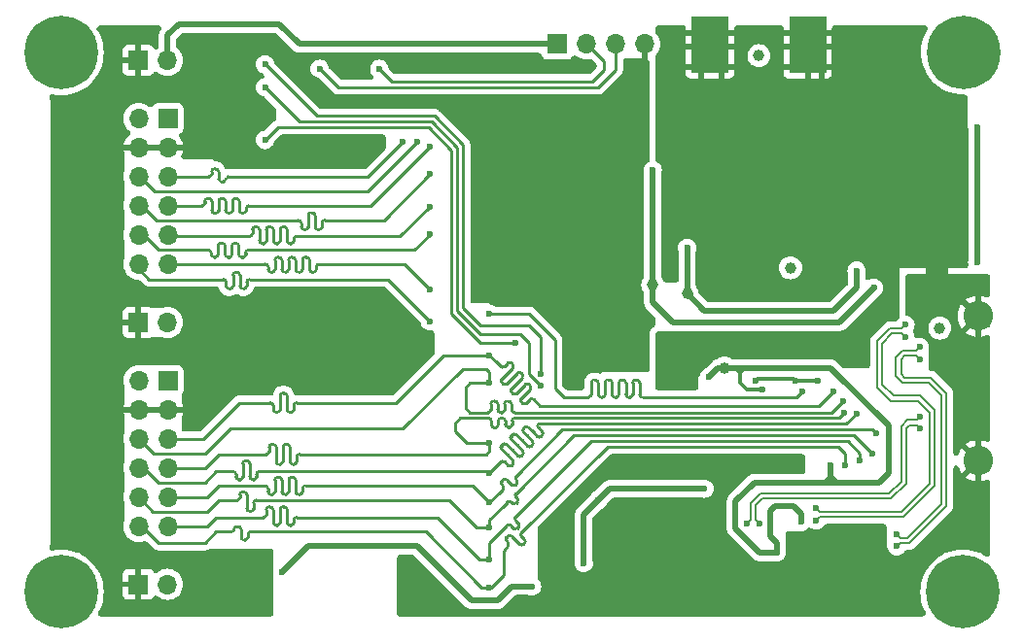
<source format=gbr>
%TF.GenerationSoftware,KiCad,Pcbnew,8.0.3-8.0.3-0~ubuntu22.04.1*%
%TF.CreationDate,2025-01-19T16:45:59+01:00*%
%TF.ProjectId,FT600_RP2040,46543630-305f-4525-9032-3034302e6b69,rev?*%
%TF.SameCoordinates,PX7735940PY61c06a0*%
%TF.FileFunction,Copper,L2,Bot*%
%TF.FilePolarity,Positive*%
%FSLAX46Y46*%
G04 Gerber Fmt 4.6, Leading zero omitted, Abs format (unit mm)*
G04 Created by KiCad (PCBNEW 8.0.3-8.0.3-0~ubuntu22.04.1) date 2025-01-19 16:45:59*
%MOMM*%
%LPD*%
G01*
G04 APERTURE LIST*
%TA.AperFunction,EtchedComponent*%
%ADD10C,0.000000*%
%TD*%
%TA.AperFunction,ComponentPad*%
%ADD11C,2.580000*%
%TD*%
%TA.AperFunction,ComponentPad*%
%ADD12C,0.800000*%
%TD*%
%TA.AperFunction,ComponentPad*%
%ADD13C,6.400000*%
%TD*%
%TA.AperFunction,ComponentPad*%
%ADD14R,1.700000X1.700000*%
%TD*%
%TA.AperFunction,ComponentPad*%
%ADD15O,1.700000X1.700000*%
%TD*%
%TA.AperFunction,SMDPad,CuDef*%
%ADD16R,3.200000X4.900000*%
%TD*%
%TA.AperFunction,ComponentPad*%
%ADD17C,1.000000*%
%TD*%
%TA.AperFunction,SMDPad,CuDef*%
%ADD18C,2.000000*%
%TD*%
%TA.AperFunction,SMDPad,CuDef*%
%ADD19C,1.000000*%
%TD*%
%TA.AperFunction,ViaPad*%
%ADD20C,0.600000*%
%TD*%
%TA.AperFunction,Conductor*%
%ADD21C,0.300000*%
%TD*%
%TA.AperFunction,Conductor*%
%ADD22C,0.500000*%
%TD*%
%TA.AperFunction,Conductor*%
%ADD23C,0.250000*%
%TD*%
%TA.AperFunction,Conductor*%
%ADD24C,0.200000*%
%TD*%
G04 APERTURE END LIST*
D10*
%TA.AperFunction,EtchedComponent*%
%TO.C,NT1*%
G36*
X80750000Y29500000D02*
G01*
X78750000Y29500000D01*
X78750000Y33500000D01*
X80750000Y33500000D01*
X80750000Y29500000D01*
G37*
%TD.AperFunction*%
%TD*%
D11*
%TO.P,J8,MH1,MH1*%
%TO.N,GNDD*%
X83350000Y14950000D03*
%TO.P,J8,MH2,MH2*%
X83350000Y27550000D03*
%TD*%
D12*
%TO.P,REF\u002A\u002A,1*%
%TO.N,N/C*%
X1100000Y3500000D03*
X1802944Y5197056D03*
X1802944Y1802944D03*
X3500000Y5900000D03*
D13*
X3500000Y3500000D03*
D12*
X3500000Y1100000D03*
X5197056Y5197056D03*
X5197056Y1802944D03*
X5900000Y3500000D03*
%TD*%
D14*
%TO.P,J4,1,Pin_1*%
%TO.N,GNDD*%
X10225000Y49830000D03*
D15*
%TO.P,J4,2,Pin_2*%
%TO.N,+5V*%
X12765000Y49830000D03*
%TD*%
D14*
%TO.P,J3,1,1*%
%TO.N,+3.3V*%
X12790000Y21920000D03*
D15*
%TO.P,J3,2,2*%
X10250000Y21920000D03*
%TO.P,J3,3,3*%
%TO.N,GNDD*%
X12790000Y19380000D03*
%TO.P,J3,4,4*%
X10250000Y19380000D03*
%TO.P,J3,5,5*%
%TO.N,DATA_7*%
X12790000Y16840000D03*
%TO.P,J3,6,6*%
%TO.N,DATA_6*%
X10250000Y16840000D03*
%TO.P,J3,7,7*%
%TO.N,DATA_5*%
X12790000Y14300000D03*
%TO.P,J3,8,8*%
%TO.N,DATA_4*%
X10250000Y14300000D03*
%TO.P,J3,9,9*%
%TO.N,DATA_3*%
X12790000Y11760000D03*
%TO.P,J3,10,10*%
%TO.N,DATA_2*%
X10250000Y11760000D03*
%TO.P,J3,11,11*%
%TO.N,DATA_1*%
X12790000Y9220000D03*
%TO.P,J3,12,12*%
%TO.N,DATA_0*%
X10250000Y9220000D03*
%TD*%
D12*
%TO.P,REF\u002A\u002A,1*%
%TO.N,N/C*%
X79652944Y50552944D03*
X80355888Y52250000D03*
X80355888Y48855888D03*
X82052944Y52952944D03*
D13*
X82052944Y50552944D03*
D12*
X82052944Y48152944D03*
X83750000Y52250000D03*
X83750000Y48855888D03*
X84452944Y50552944D03*
%TD*%
D16*
%TO.P,J7,2,Ext*%
%TO.N,GNDA*%
X68500000Y51175000D03*
X60000000Y51175000D03*
%TD*%
D17*
%TO.P,REF\u002A\u002A,1*%
%TO.N,N/C*%
X64250000Y50250000D03*
%TD*%
D12*
%TO.P,REF\u002A\u002A,1*%
%TO.N,N/C*%
X1100000Y50500000D03*
X1802944Y52197056D03*
X1802944Y48802944D03*
X3500000Y52900000D03*
D13*
X3500000Y50500000D03*
D12*
X3500000Y48100000D03*
X5197056Y52197056D03*
X5197056Y48802944D03*
X5900000Y50500000D03*
%TD*%
%TO.P,REF\u002A\u002A,1*%
%TO.N,N/C*%
X79600000Y3500000D03*
X80302944Y5197056D03*
X80302944Y1802944D03*
X82000000Y5900000D03*
D13*
X82000000Y3500000D03*
D12*
X82000000Y1100000D03*
X83697056Y5197056D03*
X83697056Y1802944D03*
X84400000Y3500000D03*
%TD*%
D14*
%TO.P,J5,1,1*%
%TO.N,+3.3V*%
X12790000Y44780000D03*
D15*
%TO.P,J5,2,2*%
X10250000Y44780000D03*
%TO.P,J5,3,3*%
%TO.N,GNDD*%
X12790000Y42240000D03*
%TO.P,J5,4,4*%
X10250000Y42240000D03*
%TO.P,J5,5,5*%
%TO.N,BE_0*%
X12790000Y39700000D03*
%TO.P,J5,6,6*%
%TO.N,BE_1*%
X10250000Y39700000D03*
%TO.P,J5,7,7*%
%TO.N,TXE_N*%
X12790000Y37160000D03*
%TO.P,J5,8,8*%
%TO.N,RXF_N*%
X10250000Y37160000D03*
%TO.P,J5,9,9*%
%TO.N,WR_N*%
X12790000Y34620000D03*
%TO.P,J5,10,10*%
%TO.N,RD_N*%
X10250000Y34620000D03*
%TO.P,J5,11,11*%
%TO.N,OE_N*%
X12790000Y32080000D03*
%TO.P,J5,12,12*%
%TO.N,CLK*%
X10250000Y32080000D03*
%TD*%
D14*
%TO.P,J6,1,Pin_1*%
%TO.N,GNDD*%
X10225000Y4170000D03*
D15*
%TO.P,J6,2,Pin_2*%
%TO.N,+5V*%
X12765000Y4170000D03*
%TD*%
D14*
%TO.P,J1,1,Pin_1*%
%TO.N,+5V*%
X46700000Y51250000D03*
D15*
%TO.P,J1,2,Pin_2*%
%TO.N,SWCLK*%
X49240000Y51250000D03*
%TO.P,J1,3,Pin_3*%
%TO.N,SWDIO*%
X51780000Y51250000D03*
%TO.P,J1,4,Pin_4*%
%TO.N,GNDD*%
X54320000Y51250000D03*
%TD*%
D14*
%TO.P,J2,1,Pin_1*%
%TO.N,GNDD*%
X10225000Y27000000D03*
D15*
%TO.P,J2,2,Pin_2*%
%TO.N,+5V*%
X12765000Y27000000D03*
%TD*%
D18*
%TO.P,NT1,1,1*%
%TO.N,GNDD*%
X79750000Y29500000D03*
%TO.P,NT1,2,2*%
%TO.N,GNDA*%
X79750000Y33500000D03*
%TD*%
D19*
%TO.P,REF\u002A\u002A,1*%
%TO.N,N/C*%
X58000000Y29500000D03*
%TD*%
%TO.P,REF\u002A\u002A,1*%
%TO.N,N/C*%
X55000000Y30250000D03*
%TD*%
%TO.P,REF\u002A\u002A,1*%
%TO.N,N/C*%
X61250000Y23000000D03*
%TD*%
%TO.P,REF\u002A\u002A,1*%
%TO.N,N/C*%
X67000000Y31750000D03*
%TD*%
%TO.P,REF\u002A\u002A,1*%
%TO.N,N/C*%
X80000000Y26500000D03*
%TD*%
D20*
%TO.N,+3.3V*%
X59500000Y12500000D03*
X44500000Y4000000D03*
X67425000Y21875000D03*
X22750000Y5250000D03*
X72750000Y31500000D03*
X69400000Y21900000D03*
X64000000Y21900000D03*
X83250000Y44000000D03*
X50250000Y11500000D03*
X58000000Y33500000D03*
X83250000Y32250000D03*
X49000000Y6000000D03*
%TO.N,DATA_5*%
X40800000Y16500000D03*
X71675000Y19100000D03*
%TO.N,BE_0*%
X33250000Y42750000D03*
%TO.N,+5V*%
X55000000Y40250000D03*
X74250000Y30000000D03*
%TO.N,DATA_4*%
X72750000Y19050000D03*
X40800000Y13900000D03*
%TO.N,BE_1*%
X34500000Y42750000D03*
%TO.N,SSRX-*%
X69250000Y9725000D03*
X77000000Y25735000D03*
%TO.N,TXE_N*%
X35600000Y42300000D03*
%TO.N,SWCLK*%
X31200000Y49100000D03*
%TO.N,SWDIO*%
X26000000Y49100000D03*
%TO.N,GPIO0*%
X45250000Y21500000D03*
X21250000Y47500000D03*
%TO.N,CLK*%
X40750000Y27750000D03*
X35600000Y27100000D03*
X68050000Y20975000D03*
%TO.N,DATA_2*%
X40800000Y9100000D03*
X74150000Y15550000D03*
%TO.N,DATA_7*%
X70750000Y21000000D03*
X40800000Y24100000D03*
%TO.N,~{RESET_N}*%
X43050000Y25225000D03*
X21250000Y42900000D03*
%TO.N,D-*%
X78300000Y17735000D03*
X64275000Y9500000D03*
%TO.N,GPIO1*%
X45250000Y22500000D03*
X21250000Y49500000D03*
%TO.N,RXF_N*%
X35600000Y39900000D03*
%TO.N,D+*%
X63225000Y9500000D03*
X78300000Y18785000D03*
%TO.N,WR_N*%
X35600000Y37100000D03*
%TO.N,DATA_6*%
X40800000Y21700000D03*
X71550000Y20150000D03*
%TO.N,DATA_3*%
X40800000Y11300000D03*
X74450000Y17300000D03*
%TO.N,DATA_0*%
X40800000Y3900000D03*
X71750000Y14500000D03*
%TO.N,SSRX+*%
X69250000Y10775000D03*
X77000000Y26785000D03*
%TO.N,GNDD*%
X32250000Y25750000D03*
X81500000Y21750000D03*
X28500000Y49500000D03*
X44750000Y2000000D03*
X24250000Y21250000D03*
X52500000Y44500000D03*
X25500000Y41250000D03*
X79000000Y6500000D03*
X35500000Y25500000D03*
X68250000Y2000000D03*
X77750000Y2000000D03*
X52800000Y4100000D03*
X28250000Y25750000D03*
X21750000Y45250000D03*
X53750000Y49000000D03*
X63250000Y14250000D03*
X62500000Y6000000D03*
X42500000Y2000000D03*
X32250000Y21250000D03*
X47250000Y7250000D03*
X35500000Y2000000D03*
X62500000Y2000000D03*
X31500000Y29500000D03*
X53000000Y38250000D03*
X50750000Y46250000D03*
X35500000Y4500000D03*
X8000000Y8500000D03*
X53750000Y46000000D03*
X65500000Y15000000D03*
X53750000Y43500000D03*
X50250000Y4250000D03*
X77750000Y30250000D03*
X49500000Y49250000D03*
X58500000Y2000000D03*
X66500000Y2000000D03*
X64750000Y14250000D03*
X50750000Y40750000D03*
X30250000Y46250000D03*
X24250000Y25750000D03*
X53000000Y31500000D03*
X41750000Y32500000D03*
X50750000Y2000000D03*
X33250000Y6000000D03*
X48000000Y49250000D03*
X33250000Y2000000D03*
X77750000Y28250000D03*
X26250000Y46750000D03*
X75750000Y2000000D03*
X24250000Y29500000D03*
X59150000Y10450000D03*
X80500000Y22750000D03*
X45500000Y7250000D03*
X53000000Y35250000D03*
X54000000Y6250000D03*
X56550000Y9450000D03*
X76000000Y6000000D03*
X47000000Y2000000D03*
X73750000Y2000000D03*
X47250000Y8500000D03*
X52750000Y2000000D03*
X54000000Y7750000D03*
X66350000Y14300000D03*
X67250000Y6000000D03*
X50750000Y38250000D03*
X26750000Y42750000D03*
X54750000Y2000000D03*
X56750000Y2000000D03*
X60500000Y2000000D03*
X64000000Y4100000D03*
X8250000Y30500000D03*
X50750000Y35250000D03*
X29000000Y40750000D03*
X70000000Y2000000D03*
X45500000Y9000000D03*
X28250000Y21250000D03*
X28250000Y46250000D03*
X64500000Y2000000D03*
X47500000Y21750000D03*
X71750000Y2000000D03*
X50750000Y31500000D03*
X64000000Y15000000D03*
X15750000Y42750000D03*
X45500000Y5750000D03*
X42250000Y45000000D03*
X69250000Y6000000D03*
X47500000Y4250000D03*
X31250000Y42750000D03*
X47750000Y11000000D03*
X28250000Y29500000D03*
X30250000Y42000000D03*
X48750000Y2000000D03*
%TO.N,GNDA*%
X74250000Y46250000D03*
X56500000Y47500000D03*
X56250000Y41500000D03*
X68525000Y47475000D03*
X78500000Y44000000D03*
X56250000Y37500000D03*
X64125000Y32875000D03*
X74000000Y49250000D03*
X62250000Y39000000D03*
X77750000Y50000000D03*
X56250000Y43500000D03*
X70750000Y38000000D03*
X58750000Y37500000D03*
X70750000Y47500000D03*
X72250000Y38000000D03*
X62750000Y52250000D03*
X68750000Y46000000D03*
X65750000Y49500000D03*
X56500000Y49500000D03*
X71250000Y49250000D03*
X62250000Y41500000D03*
X81000000Y44000000D03*
X76250000Y33000000D03*
X71250000Y52250000D03*
X60775000Y38925000D03*
X62125000Y32875000D03*
X56500000Y52400000D03*
X65250000Y29250000D03*
X56250000Y45500000D03*
X69750000Y34000000D03*
X56750000Y31000000D03*
X68975000Y37975000D03*
X56250000Y32250000D03*
X56500000Y51000000D03*
X62750000Y51000000D03*
X62250000Y43500000D03*
X74000000Y52250000D03*
X57500000Y48000000D03*
X71500000Y44500000D03*
X62750000Y49500000D03*
X71250000Y51000000D03*
X78500000Y33000000D03*
X77750000Y48500000D03*
X77750000Y47000000D03*
X70750000Y31250000D03*
X64000000Y24100000D03*
X81000000Y33000000D03*
X77750000Y52250000D03*
X76250000Y44050000D03*
X62250000Y45500000D03*
X59250000Y31500000D03*
X62250000Y47500000D03*
X68750000Y44500000D03*
X65750000Y52250000D03*
%TO.N,RD_N*%
X35600000Y34700000D03*
%TO.N,DATA_1*%
X73050000Y15000000D03*
X40800000Y6300000D03*
%TO.N,OE_N*%
X35600000Y29900000D03*
%TO.N,SSTX-*%
X76250000Y7475000D03*
X78250000Y23785000D03*
%TO.N,SSTX+*%
X78250000Y24835000D03*
X76250000Y8525000D03*
%TO.N,Net-(U2-AVDD)*%
X70500000Y14500000D03*
X65800000Y6950000D03*
X59900000Y22250000D03*
X67900000Y9600000D03*
X64550000Y21150000D03*
%TD*%
D21*
%TO.N,+3.3V*%
X69375000Y21875000D02*
X69400000Y21900000D01*
D22*
X58000000Y33500000D02*
X58000000Y29500000D01*
D21*
X67250000Y22050000D02*
X64150000Y22050000D01*
D22*
X49000000Y10250000D02*
X49000000Y6000000D01*
X50250000Y11500000D02*
X49000000Y10250000D01*
X59500000Y28000000D02*
X70750000Y28000000D01*
X39250000Y2750000D02*
X41500000Y2750000D01*
X51250000Y12500000D02*
X59500000Y12500000D01*
X22750000Y5250000D02*
X25000000Y7500000D01*
D21*
X67425000Y21875000D02*
X67250000Y22050000D01*
D22*
X72750000Y30000000D02*
X72750000Y31500000D01*
X41500000Y2750000D02*
X42750000Y4000000D01*
X42750000Y4000000D02*
X44500000Y4000000D01*
X83250000Y32250000D02*
X83250000Y44000000D01*
D21*
X67425000Y21875000D02*
X69375000Y21875000D01*
X64150000Y22050000D02*
X64000000Y21900000D01*
D22*
X34500000Y7500000D02*
X39250000Y2750000D01*
X70750000Y28000000D02*
X72750000Y30000000D01*
X58000000Y29500000D02*
X59500000Y28000000D01*
X50250000Y11500000D02*
X51250000Y12500000D01*
X25000000Y7500000D02*
X34500000Y7500000D01*
D23*
%TO.N,DATA_5*%
X23410000Y14871403D02*
X23410000Y15260000D01*
X38800000Y16500000D02*
X40800000Y16500000D01*
X71225000Y18650000D02*
X43000000Y18650000D01*
X40960000Y18069251D02*
X40960000Y18410000D01*
X42160000Y18119252D02*
X42160000Y18410000D01*
X22810000Y15500000D02*
X22810000Y14871403D01*
X22570000Y14631403D02*
X22450000Y14631403D01*
X38250000Y18650000D02*
X37800000Y18200000D01*
X21610000Y16128597D02*
X21610000Y15740000D01*
X41920000Y18650000D02*
X41800000Y18650000D01*
X71675000Y19100000D02*
X71225000Y18650000D01*
X42760000Y18410000D02*
X42760000Y18119252D01*
X21250000Y15500000D02*
X20250000Y15500000D01*
X24010000Y15260000D02*
X24010000Y14871403D01*
X37800000Y17500000D02*
X38800000Y16500000D01*
X22810000Y16128597D02*
X22810000Y15500000D01*
X42520000Y17879252D02*
X42400000Y17879252D01*
X16050000Y14300000D02*
X12790000Y14300000D01*
X21970000Y16368597D02*
X21850000Y16368597D01*
X22210000Y15500000D02*
X22210000Y15740000D01*
X40600000Y18650000D02*
X39764856Y18650000D01*
X22210000Y15740000D02*
X22210000Y16128597D01*
X20250000Y15500000D02*
X17250000Y15500000D01*
X23770000Y14631403D02*
X23650000Y14631403D01*
X23170000Y16368597D02*
X23050000Y16368597D01*
X41320000Y17829251D02*
X41200000Y17829251D01*
X23410000Y15260000D02*
X23410000Y15500000D01*
X37800000Y18200000D02*
X37800000Y17500000D01*
X40500000Y15500000D02*
X24250000Y15500000D01*
X40800000Y15800000D02*
X40800000Y16500000D01*
X40800000Y15800000D02*
X40500000Y15500000D01*
X22210000Y14871403D02*
X22210000Y15500000D01*
X23410000Y15500000D02*
X23410000Y16128597D01*
X17250000Y15500000D02*
X16050000Y14300000D01*
X40720000Y18650000D02*
X40600000Y18650000D01*
X41560000Y18410000D02*
X41560000Y18069251D01*
X21370000Y15500000D02*
X21250000Y15500000D01*
X39764856Y18650000D02*
X38250000Y18650000D01*
X24010000Y14871403D02*
G75*
G02*
X23770000Y14631400I-240000J-3D01*
G01*
X41800000Y18650000D02*
G75*
G03*
X41560000Y18410000I0J-240000D01*
G01*
X42160000Y18410000D02*
G75*
G03*
X41920000Y18650000I-240000J0D01*
G01*
X22810000Y14871403D02*
G75*
G02*
X22570000Y14631400I-240000J-3D01*
G01*
X23410000Y16128597D02*
G75*
G03*
X23170000Y16368600I-240000J3D01*
G01*
X42760000Y18119252D02*
G75*
G02*
X42520000Y17879300I-240000J48D01*
G01*
X41200000Y17829251D02*
G75*
G02*
X40960051Y18069251I0J239949D01*
G01*
X24250000Y15500000D02*
G75*
G03*
X24010000Y15260000I0J-240000D01*
G01*
X40960000Y18410000D02*
G75*
G03*
X40720000Y18650000I-240000J0D01*
G01*
X22450000Y14631403D02*
G75*
G02*
X22210003Y14871403I0J239997D01*
G01*
X41560000Y18069251D02*
G75*
G02*
X41320000Y17829200I-240000J-51D01*
G01*
X21610000Y15740000D02*
G75*
G02*
X21370000Y15500000I-240000J0D01*
G01*
X23650000Y14631403D02*
G75*
G02*
X23410003Y14871403I0J239997D01*
G01*
X43000000Y18650000D02*
G75*
G03*
X42760000Y18410000I0J-240000D01*
G01*
X42400000Y17879252D02*
G75*
G02*
X42159952Y18119252I0J240048D01*
G01*
X23050000Y16368597D02*
G75*
G03*
X22810003Y16128597I0J-239997D01*
G01*
X21850000Y16368597D02*
G75*
G03*
X21610003Y16128597I0J-239997D01*
G01*
X22210000Y16128597D02*
G75*
G03*
X21970000Y16368600I-240000J3D01*
G01*
%TO.N,BE_0*%
X16970000Y40388719D02*
X16850000Y40388719D01*
X16250000Y39700000D02*
X15300000Y39700000D01*
X17630874Y39280874D02*
X17419563Y39280874D01*
X17210000Y39490437D02*
X17210000Y39700000D01*
X17210000Y39940000D02*
X17210000Y40148719D01*
X16370000Y39700000D02*
X16250000Y39700000D01*
X16610000Y40148719D02*
X16610000Y39940000D01*
X30200000Y39700000D02*
X18050000Y39700000D01*
X17210000Y39700000D02*
X17210000Y39940000D01*
X15300000Y39700000D02*
X12790000Y39700000D01*
X33250000Y42750000D02*
X30200000Y39700000D01*
X17840437Y39490437D02*
G75*
G02*
X17630874Y39280863I-209537J-37D01*
G01*
X18050000Y39700000D02*
G75*
G03*
X17840400Y39490437I0J-209600D01*
G01*
X16610000Y39940000D02*
G75*
G02*
X16370000Y39700000I-240000J0D01*
G01*
X17210000Y40148719D02*
G75*
G03*
X16970000Y40388700I-240000J-19D01*
G01*
X16850000Y40388719D02*
G75*
G03*
X16609981Y40148719I0J-240019D01*
G01*
X17419563Y39280874D02*
G75*
G02*
X17210074Y39490437I37J209526D01*
G01*
D22*
%TO.N,+5V*%
X13750000Y53000000D02*
X12765000Y52015000D01*
X56750000Y27000000D02*
X71250000Y27000000D01*
X46700000Y51250000D02*
X24250000Y51250000D01*
X71250000Y27000000D02*
X74250000Y30000000D01*
X55000000Y40250000D02*
X55000000Y28750000D01*
X22500000Y53000000D02*
X13750000Y53000000D01*
X24250000Y51250000D02*
X22500000Y53000000D01*
X55000000Y28750000D02*
X56750000Y27000000D01*
X12765000Y52015000D02*
X12765000Y49830000D01*
D23*
%TO.N,DATA_4*%
X18470000Y14000000D02*
X18350000Y14000000D01*
X11950000Y13050000D02*
X10700000Y14300000D01*
X40800001Y13900000D02*
X40800000Y13900000D01*
X19670000Y14940215D02*
X19550000Y14940215D01*
X17500000Y14000000D02*
X17000000Y14000000D01*
X43255461Y15362487D02*
X42758975Y15858973D01*
X19310000Y14000000D02*
X19310000Y13760000D01*
X17000000Y14000000D02*
X16050000Y13050000D01*
X44625736Y17386321D02*
X44456030Y17556027D01*
X43183238Y16283238D02*
X43679725Y15786751D01*
X45250000Y18150000D02*
X45050000Y18150000D01*
X42795849Y14634159D02*
X42710994Y14549303D01*
X44528252Y16295867D02*
X44443401Y16211015D01*
X20510000Y13760000D02*
X20510000Y13549785D01*
X44952516Y17059541D02*
X44625736Y17386321D01*
X44456030Y17556030D02*
X44171672Y17840388D01*
X41655886Y14755885D02*
X40800001Y13900000D01*
X45050000Y17810588D02*
X45376781Y17483807D01*
X20270000Y13309785D02*
X20150000Y13309785D01*
X44103989Y16211015D02*
X43607503Y16707501D01*
X19310000Y14700215D02*
X19310000Y14000000D01*
X19070000Y13309785D02*
X18950000Y13309785D01*
X19910000Y13760000D02*
X19910000Y14000000D01*
X71850000Y18150000D02*
X45250000Y18150000D01*
X10700000Y14300000D02*
X10250000Y14300000D01*
X42758975Y15858973D02*
X42758974Y15858974D01*
X45376781Y17144395D02*
X45291928Y17059541D01*
X43747408Y17416124D02*
X44031765Y17131767D01*
X20750000Y14000000D02*
X40700000Y14000000D01*
X41923076Y16355461D02*
X41838223Y16270609D01*
X40700000Y14000000D02*
X40800000Y13900000D01*
X42334709Y15434711D02*
X42795849Y14973571D01*
X16050000Y13050000D02*
X11950000Y13050000D01*
X43607502Y16707502D02*
X43110983Y17204021D01*
X19910000Y14000000D02*
X19910000Y14700215D01*
X43607503Y16707501D02*
X43607502Y16707502D01*
X42758974Y15858974D02*
X42262487Y16355461D01*
X42686719Y16779757D02*
X43183237Y16283239D01*
X72750000Y19050000D02*
X71850000Y18150000D01*
X42371584Y14549304D02*
X42080151Y14840737D01*
X41838223Y15931197D02*
X42334709Y15434711D01*
X19310000Y13760000D02*
X19310000Y13549785D01*
X44031765Y17131767D02*
X44031766Y17131766D01*
X42771572Y17204021D02*
X42686719Y17119169D01*
X41740739Y14840736D02*
X41655886Y14755885D01*
X44456030Y17556027D02*
X44456030Y17556030D01*
X18710000Y13549785D02*
X18710000Y13760000D01*
X44031766Y17131766D02*
X44528253Y16635279D01*
X18350000Y14000000D02*
X17500000Y14000000D01*
X43832261Y17840388D02*
X43747408Y17755536D01*
X43183237Y16283239D02*
X43183238Y16283238D01*
X43679724Y15447339D02*
X43594873Y15362487D01*
X19910000Y13549785D02*
X19910000Y13760000D01*
X18950000Y13309785D02*
G75*
G02*
X18709985Y13549785I0J240015D01*
G01*
X44528253Y16635279D02*
G75*
G02*
X44528226Y16295893I-169753J-169679D01*
G01*
X20510000Y13549785D02*
G75*
G02*
X20270000Y13309800I-240000J15D01*
G01*
X42686719Y17119169D02*
G75*
G03*
X42686756Y16779794I169681J-169669D01*
G01*
X43594873Y15362487D02*
G75*
G02*
X43255461Y15362487I-169706J169701D01*
G01*
X43110983Y17204021D02*
G75*
G03*
X42771573Y17204021I-169705J-169703D01*
G01*
X42710994Y14549303D02*
G75*
G02*
X42371595Y14549314I-169694J169697D01*
G01*
X19550000Y14940215D02*
G75*
G03*
X19309985Y14700215I0J-240015D01*
G01*
X43747408Y17755536D02*
G75*
G03*
X43747378Y17416094I169692J-169736D01*
G01*
X19910000Y14700215D02*
G75*
G03*
X19670000Y14940200I-240000J-15D01*
G01*
X42080151Y14840737D02*
G75*
G03*
X41740694Y14840782I-169751J-169737D01*
G01*
X44443401Y16211015D02*
G75*
G02*
X44103989Y16211015I-169706J169701D01*
G01*
X18710000Y13760000D02*
G75*
G03*
X18470000Y14000000I-240000J0D01*
G01*
X42795849Y14973571D02*
G75*
G02*
X42795814Y14634194I-169749J-169671D01*
G01*
X44171672Y17840388D02*
G75*
G03*
X43832262Y17840388I-169705J-169703D01*
G01*
X42262487Y16355461D02*
G75*
G03*
X41923075Y16355462I-169706J-169703D01*
G01*
X45376781Y17483807D02*
G75*
G02*
X45376782Y17144394I-169681J-169707D01*
G01*
X43679725Y15786751D02*
G75*
G02*
X43679770Y15447294I-169725J-169751D01*
G01*
X20750000Y14000000D02*
G75*
G03*
X20510000Y13760000I0J-240000D01*
G01*
X20150000Y13309785D02*
G75*
G02*
X19909985Y13549785I0J240015D01*
G01*
X45050000Y18150000D02*
G75*
G03*
X45050006Y17810594I169700J-169700D01*
G01*
X19310000Y13549785D02*
G75*
G02*
X19070000Y13309800I-240000J15D01*
G01*
X45291928Y17059541D02*
G75*
G02*
X44952516Y17059541I-169706J169708D01*
G01*
X41838223Y16270609D02*
G75*
G03*
X41838220Y15931194I169677J-169709D01*
G01*
%TO.N,BE_1*%
X30200000Y38450000D02*
X11650000Y38450000D01*
X34500000Y42750000D02*
X30200000Y38450000D01*
X10400000Y39700000D02*
X10250000Y39700000D01*
X11650000Y38450000D02*
X10400000Y39700000D01*
D24*
%TO.N,SSRX-*%
X74975000Y21575000D02*
X74975000Y25156800D01*
X75853199Y26034999D02*
X76700001Y26034999D01*
X69250000Y9725000D02*
X69549999Y10024999D01*
X78300000Y20600000D02*
X75950000Y20600000D01*
X69549999Y10024999D02*
X76843199Y10024999D01*
X79550000Y12731800D02*
X79550000Y19350000D01*
X79550000Y19350000D02*
X78300000Y20600000D01*
X76843199Y10024999D02*
X79550000Y12731800D01*
X74975000Y25156800D02*
X75853199Y26034999D01*
X75950000Y20600000D02*
X74975000Y21575000D01*
X76700001Y26034999D02*
X77000000Y25735000D01*
D23*
%TO.N,TXE_N*%
X18770000Y37804744D02*
X18650000Y37804744D01*
X18170000Y36515256D02*
X18050000Y36515256D01*
X16970000Y36515253D02*
X16850000Y36515253D01*
X15770000Y37160000D02*
X15650000Y37160000D01*
X16370000Y37804751D02*
X16250000Y37804751D01*
X19370000Y36515256D02*
X19250000Y36515256D01*
X35600000Y42300000D02*
X30460000Y37160000D01*
X18410000Y37564744D02*
X18410000Y37160000D01*
X16610000Y37160000D02*
X16610000Y37400000D01*
X17570000Y37804744D02*
X17450000Y37804744D01*
X19010000Y36755256D02*
X19010000Y36920000D01*
X16610000Y36755253D02*
X16610000Y37160000D01*
X16610000Y37400000D02*
X16610000Y37564751D01*
X15650000Y37160000D02*
X14750000Y37160000D01*
X30460000Y37160000D02*
X19850000Y37160000D01*
X17810000Y37160000D02*
X17810000Y37564744D01*
X18410000Y37160000D02*
X18410000Y36755256D01*
X17810000Y36755256D02*
X17810000Y37160000D01*
X14750000Y37160000D02*
X12790000Y37160000D01*
X17210000Y37564744D02*
X17210000Y37160000D01*
X16010000Y37564751D02*
X16010000Y37400000D01*
X17210000Y37160000D02*
X17210000Y36755253D01*
X19010000Y36920000D02*
X19010000Y37160000D01*
X19610000Y36920000D02*
X19610000Y36755256D01*
X19010000Y37160000D02*
X19010000Y37564744D01*
X16010000Y37400000D02*
G75*
G02*
X15770000Y37160000I-240000J0D01*
G01*
X16250000Y37804751D02*
G75*
G03*
X16010049Y37564751I0J-239951D01*
G01*
X17210000Y36755253D02*
G75*
G02*
X16970000Y36515300I-240000J47D01*
G01*
X19010000Y37564744D02*
G75*
G03*
X18770000Y37804700I-240000J-44D01*
G01*
X18050000Y36515256D02*
G75*
G02*
X17809956Y36755256I0J240044D01*
G01*
X19610000Y36755256D02*
G75*
G02*
X19370000Y36515300I-240000J44D01*
G01*
X16610000Y37564751D02*
G75*
G03*
X16370000Y37804800I-240000J49D01*
G01*
X19850000Y37160000D02*
G75*
G03*
X19610000Y36920000I0J-240000D01*
G01*
X18410000Y36755256D02*
G75*
G02*
X18170000Y36515300I-240000J44D01*
G01*
X17810000Y37564744D02*
G75*
G03*
X17570000Y37804700I-240000J-44D01*
G01*
X18650000Y37804744D02*
G75*
G03*
X18409956Y37564744I0J-240044D01*
G01*
X19250000Y36515256D02*
G75*
G02*
X19009956Y36755256I0J240044D01*
G01*
X16850000Y36515253D02*
G75*
G02*
X16609953Y36755253I0J240047D01*
G01*
X17450000Y37804744D02*
G75*
G03*
X17209956Y37564744I0J-240044D01*
G01*
%TO.N,SWCLK*%
X50750000Y49000000D02*
X49750000Y48000000D01*
X50750000Y49750000D02*
X50750000Y49000000D01*
X49250000Y51250000D02*
X50750000Y49750000D01*
X49750000Y48000000D02*
X32300000Y48000000D01*
X32300000Y48000000D02*
X31200000Y49100000D01*
X49240000Y51250000D02*
X49250000Y51250000D01*
%TO.N,SWDIO*%
X27600000Y47500000D02*
X50250000Y47500000D01*
X51780000Y49030000D02*
X51780000Y51250000D01*
X26000000Y49100000D02*
X27600000Y47500000D01*
X50250000Y47500000D02*
X51780000Y49030000D01*
%TO.N,GPIO0*%
X40000000Y26000000D02*
X38000000Y28000000D01*
X35750000Y44500000D02*
X24250000Y44500000D01*
X44250000Y25250000D02*
X43500000Y26000000D01*
X45250000Y21500000D02*
X44250000Y22500000D01*
X38000000Y42250000D02*
X35750000Y44500000D01*
X43500000Y26000000D02*
X40000000Y26000000D01*
X24250000Y44500000D02*
X21250000Y47500000D01*
X38000000Y28000000D02*
X38000000Y42250000D01*
X44250000Y22500000D02*
X44250000Y25250000D01*
%TO.N,CLK*%
X49289926Y20475000D02*
X47275000Y20475000D01*
X68050000Y20975000D02*
X67550000Y20475000D01*
X51460000Y20715000D02*
X51460000Y21735957D01*
X51220000Y21975957D02*
X51100000Y21975957D01*
X53020000Y20475000D02*
X52900000Y20475000D01*
X49420000Y20475000D02*
X49300000Y20475000D01*
X11150000Y30750000D02*
X10250000Y31650000D01*
X51820000Y20475000D02*
X51700000Y20475000D01*
X17860000Y30177707D02*
X17860000Y30510000D01*
X10250000Y31650000D02*
X10250000Y32080000D01*
X50620000Y20475000D02*
X50500000Y20475000D01*
X15850000Y30750000D02*
X11150000Y30750000D01*
X18820000Y31362312D02*
X18700000Y31362312D01*
X53860000Y20715000D02*
X53860000Y21735957D01*
X18460000Y30750000D02*
X18460000Y30510000D01*
X50020000Y21975950D02*
X49900000Y21975950D01*
X52060000Y21735957D02*
X52060000Y20715000D01*
X17500000Y30750000D02*
X15850000Y30750000D01*
X19060000Y30750000D02*
X19060000Y31122312D01*
X49300000Y20475000D02*
X49289926Y20475000D01*
X46500000Y21250000D02*
X46500000Y25500000D01*
X44250000Y27750000D02*
X40750000Y27750000D01*
X18460000Y30510000D02*
X18460000Y30177707D01*
X18460000Y31122312D02*
X18460000Y30750000D01*
X18220000Y29937707D02*
X18100000Y29937707D01*
X49660000Y21735950D02*
X49660000Y20715000D01*
X47275000Y20475000D02*
X46500000Y21250000D01*
X19420000Y29937684D02*
X19300000Y29937684D01*
X50860000Y21735957D02*
X50860000Y20715000D01*
X19060000Y30177684D02*
X19060000Y30510000D01*
X67550000Y20475000D02*
X54100000Y20475000D01*
X19060000Y30510000D02*
X19060000Y30750000D01*
X50260000Y20715000D02*
X50260000Y21735950D01*
X53620000Y21975957D02*
X53500000Y21975957D01*
X52420000Y21975957D02*
X52300000Y21975957D01*
X31950000Y30750000D02*
X19900000Y30750000D01*
X52660000Y20715000D02*
X52660000Y21735957D01*
X19660000Y30510000D02*
X19660000Y30177684D01*
X35600000Y27100000D02*
X31950000Y30750000D01*
X53260000Y21735957D02*
X53260000Y20715000D01*
X46500000Y25500000D02*
X44250000Y27750000D01*
X17620000Y30750000D02*
X17500000Y30750000D01*
X19900000Y30750000D02*
G75*
G03*
X19660000Y30510000I0J-240000D01*
G01*
X19060000Y31122312D02*
G75*
G03*
X18820000Y31362300I-240000J-12D01*
G01*
X18700000Y31362312D02*
G75*
G03*
X18459988Y31122312I0J-240012D01*
G01*
X19300000Y29937684D02*
G75*
G02*
X19059984Y30177684I0J240016D01*
G01*
X52300000Y21975957D02*
G75*
G03*
X52060043Y21735957I0J-239957D01*
G01*
X52660000Y21735957D02*
G75*
G03*
X52420000Y21976000I-240000J43D01*
G01*
X51100000Y21975957D02*
G75*
G03*
X50860043Y21735957I0J-239957D01*
G01*
X54100000Y20475000D02*
G75*
G02*
X53860000Y20715000I0J240000D01*
G01*
X53500000Y21975957D02*
G75*
G03*
X53260043Y21735957I0J-239957D01*
G01*
X17860000Y30510000D02*
G75*
G03*
X17620000Y30750000I-240000J0D01*
G01*
X50860000Y20715000D02*
G75*
G02*
X50620000Y20475000I-240000J0D01*
G01*
X53860000Y21735957D02*
G75*
G03*
X53620000Y21976000I-240000J43D01*
G01*
X49900000Y21975950D02*
G75*
G03*
X49660050Y21735950I0J-239950D01*
G01*
X51460000Y21735957D02*
G75*
G03*
X51220000Y21976000I-240000J43D01*
G01*
X19660000Y30177684D02*
G75*
G02*
X19420000Y29937700I-240000J16D01*
G01*
X50500000Y20475000D02*
G75*
G02*
X50260000Y20715000I0J240000D01*
G01*
X53260000Y20715000D02*
G75*
G02*
X53020000Y20475000I-240000J0D01*
G01*
X18100000Y29937707D02*
G75*
G02*
X17860007Y30177707I0J239993D01*
G01*
X52900000Y20475000D02*
G75*
G02*
X52660000Y20715000I0J240000D01*
G01*
X50260000Y21735950D02*
G75*
G03*
X50020000Y21976000I-240000J50D01*
G01*
X51700000Y20475000D02*
G75*
G02*
X51460000Y20715000I0J240000D01*
G01*
X52060000Y20715000D02*
G75*
G02*
X51820000Y20475000I-240000J0D01*
G01*
X18460000Y30177707D02*
G75*
G02*
X18220000Y29937700I-240000J-7D01*
G01*
X49660000Y20715000D02*
G75*
G02*
X49420000Y20475000I-240000J0D01*
G01*
%TO.N,DATA_2*%
X42251471Y11251470D02*
X42000000Y11000000D01*
X19060000Y11981221D02*
X19060000Y11740000D01*
X16250000Y10500000D02*
X11500000Y10500000D01*
X40800000Y9800000D02*
X40800000Y9100000D01*
X42760871Y11251187D02*
X42675737Y11336321D01*
X43185135Y11336041D02*
X43100281Y11251186D01*
X39650000Y9100000D02*
X37250000Y11500000D01*
X48150000Y17150000D02*
X43100000Y12100000D01*
X20260000Y11260000D02*
X20260000Y10768772D01*
X37250000Y11500000D02*
X20500000Y11500000D01*
X10250000Y11750000D02*
X10250000Y11760000D01*
X43100000Y11760588D02*
X43185135Y11675453D01*
X74150000Y15550000D02*
X74100000Y15550000D01*
X42000000Y11000000D02*
X40800000Y9800000D01*
X18700000Y11500000D02*
X18000000Y11500000D01*
X74100000Y15550000D02*
X72500000Y17150000D01*
X72500000Y17150000D02*
X48150000Y17150000D01*
X17250000Y11500000D02*
X16250000Y10500000D01*
X19660000Y10768772D02*
X19660000Y11260000D01*
X19420000Y12221221D02*
X19300000Y12221221D01*
X19660000Y11260000D02*
X19660000Y11981221D01*
X42336325Y11336321D02*
X42251471Y11251470D01*
X11500000Y10500000D02*
X10250000Y11750000D01*
X39650000Y9100000D02*
X40800000Y9100000D01*
X18820000Y11500000D02*
X18700000Y11500000D01*
X18000000Y11500000D02*
X17250000Y11500000D01*
X20020000Y10528772D02*
X19900000Y10528772D01*
X20500000Y11500000D02*
G75*
G03*
X20260000Y11260000I0J-240000D01*
G01*
X43100000Y12100000D02*
G75*
G03*
X43100006Y11760594I169700J-169700D01*
G01*
X19300000Y12221221D02*
G75*
G03*
X19059979Y11981221I0J-240021D01*
G01*
X43100281Y11251186D02*
G75*
G02*
X42760895Y11251210I-169681J169714D01*
G01*
X20260000Y10768772D02*
G75*
G02*
X20020000Y10528800I-240000J28D01*
G01*
X19660000Y11981221D02*
G75*
G03*
X19420000Y12221200I-240000J-21D01*
G01*
X19060000Y11740000D02*
G75*
G02*
X18820000Y11500000I-240000J0D01*
G01*
X43185135Y11675453D02*
G75*
G02*
X43185182Y11335994I-169735J-169753D01*
G01*
X19900000Y10528772D02*
G75*
G02*
X19659972Y10768772I0J240028D01*
G01*
X42675737Y11336321D02*
G75*
G03*
X42336325Y11336321I-169706J-169708D01*
G01*
%TO.N,DATA_7*%
X42333961Y22566039D02*
X42503666Y22735745D01*
X43606761Y21293239D02*
X43133361Y20819842D01*
X22560000Y19760000D02*
X22560000Y19397175D01*
X45200000Y19700000D02*
X44625000Y20275000D01*
X22560000Y20602802D02*
X22560000Y20000000D01*
X43182494Y21717506D02*
X43620559Y22155572D01*
X42807365Y23378855D02*
X42722512Y23463708D01*
X23520000Y19157175D02*
X23400000Y19157175D01*
X41860544Y22092625D02*
X42333960Y22566040D01*
X32650000Y20000000D02*
X24000000Y20000000D01*
X44327668Y21505026D02*
X44242813Y21589881D01*
X42383100Y23463708D02*
X42079401Y23160010D01*
X21960000Y19397175D02*
X21960000Y19760000D01*
X43620559Y22494983D02*
X43535704Y22579838D01*
X41655138Y23244862D02*
X41339228Y23560772D01*
X21600000Y20000000D02*
X20000000Y20000000D01*
X70750000Y21000000D02*
X69450000Y19700000D01*
X23160000Y19760000D02*
X23160000Y20000000D01*
X44031024Y20868975D02*
X44031027Y20868973D01*
X41339228Y23560772D02*
X40800000Y24100000D01*
X15840000Y16840000D02*
X12790000Y16840000D01*
X43861318Y20699269D02*
X44031024Y20868975D01*
X23160000Y20000000D02*
X23160000Y20602802D01*
X42758228Y22141772D02*
X42284811Y21668358D01*
X23160000Y19397175D02*
X23160000Y19760000D01*
X43182491Y21717508D02*
X43182494Y21717506D01*
X22920000Y20842802D02*
X22800000Y20842802D01*
X42503666Y22735745D02*
X42807365Y23039444D01*
X43903402Y21589881D02*
X43606760Y21293240D01*
X36750000Y24100000D02*
X40800000Y24100000D01*
X69450000Y19700000D02*
X45200000Y19700000D01*
X43642445Y19971272D02*
X43557589Y20056128D01*
X44031027Y20868973D02*
X44327668Y21165615D01*
X42758227Y22141773D02*
X42758228Y22141772D01*
X23760000Y19760000D02*
X23760000Y19397175D01*
X44285588Y20275000D02*
X43981857Y19971272D01*
X20000000Y20000000D02*
X19000000Y20000000D01*
X22320000Y19157175D02*
X22200000Y19157175D01*
X42709094Y21244108D02*
X43182491Y21717508D01*
X41739989Y23160010D02*
X41655138Y23244862D01*
X43606760Y21293240D02*
X43606761Y21293239D01*
X43196293Y22579838D02*
X42758227Y22141773D01*
X42793949Y20819842D02*
X42709093Y20904698D01*
X41945401Y21668357D02*
X41860545Y21753213D01*
X22560000Y20000000D02*
X22560000Y19760000D01*
X19000000Y20000000D02*
X15840000Y16840000D01*
X21720000Y20000000D02*
X21600000Y20000000D01*
X42333960Y22566040D02*
X42333961Y22566039D01*
X43557590Y20395538D02*
X43861318Y20699269D01*
X36750000Y24100000D02*
X32650000Y20000000D01*
X24000000Y20000000D02*
G75*
G03*
X23760000Y19760000I0J-240000D01*
G01*
X42709093Y20904698D02*
G75*
G02*
X42709096Y21244106I169707J169702D01*
G01*
X23400000Y19157175D02*
G75*
G02*
X23159975Y19397175I0J240025D01*
G01*
X43535704Y22579838D02*
G75*
G03*
X43196294Y22579838I-169705J-169703D01*
G01*
X44242813Y21589881D02*
G75*
G03*
X43903403Y21589881I-169705J-169703D01*
G01*
X21960000Y19760000D02*
G75*
G03*
X21720000Y20000000I-240000J0D01*
G01*
X42079401Y23160010D02*
G75*
G02*
X41739989Y23160010I-169706J169704D01*
G01*
X22800000Y20842802D02*
G75*
G03*
X22559998Y20602802I0J-240002D01*
G01*
X41860545Y21753213D02*
G75*
G02*
X41860563Y22092606I169755J169687D01*
G01*
X43133361Y20819842D02*
G75*
G02*
X42793949Y20819842I-169706J169701D01*
G01*
X43557589Y20056128D02*
G75*
G02*
X43557622Y20395505I169711J169672D01*
G01*
X44625000Y20275000D02*
G75*
G03*
X44285588Y20275000I-169706J-169701D01*
G01*
X43981857Y19971272D02*
G75*
G02*
X43642445Y19971272I-169706J169701D01*
G01*
X42284811Y21668358D02*
G75*
G02*
X41945396Y21668352I-169711J169742D01*
G01*
X43620559Y22155572D02*
G75*
G03*
X43620582Y22495006I-169659J169728D01*
G01*
X44327668Y21165615D02*
G75*
G03*
X44327648Y21505005I-169668J169685D01*
G01*
X23160000Y20602802D02*
G75*
G03*
X22920000Y20842800I-240000J-2D01*
G01*
X42722512Y23463708D02*
G75*
G03*
X42383100Y23463708I-169706J-169704D01*
G01*
X22200000Y19157175D02*
G75*
G02*
X21959975Y19397175I0J240025D01*
G01*
X42807365Y23039444D02*
G75*
G03*
X42807316Y23378805I-169665J169656D01*
G01*
X23760000Y19397175D02*
G75*
G02*
X23520000Y19157200I-240000J25D01*
G01*
X22560000Y19397175D02*
G75*
G02*
X22320000Y19157200I-240000J25D01*
G01*
%TO.N,~{RESET_N}*%
X22350000Y44000000D02*
X21250000Y42900000D01*
X43050000Y25225000D02*
X40025000Y25225000D01*
X37500000Y27750000D02*
X37500000Y42000000D01*
X40025000Y25225000D02*
X37500000Y27750000D01*
X37500000Y42000000D02*
X35500000Y44000000D01*
X35500000Y44000000D02*
X22350000Y44000000D01*
D24*
%TO.N,D-*%
X75768200Y11650000D02*
X64568200Y11650000D01*
X77075000Y12956800D02*
X75768200Y11650000D01*
X78300000Y17735000D02*
X78000000Y18035000D01*
X63975001Y11056801D02*
X63975001Y9799999D01*
X77328200Y18035000D02*
X77075000Y17781800D01*
X64568200Y11650000D02*
X63975001Y11056801D01*
X77075000Y17781800D02*
X77075000Y12956800D01*
X63975001Y9799999D02*
X64275000Y9500000D01*
X78000000Y18035000D02*
X77328200Y18035000D01*
D23*
%TO.N,GPIO1*%
X40000000Y26750000D02*
X38500000Y28250000D01*
X25750000Y45000000D02*
X21250000Y49500000D01*
X38500000Y28250000D02*
X38500000Y42500000D01*
X38500000Y42500000D02*
X36000000Y45000000D01*
X44250000Y26750000D02*
X40000000Y26750000D01*
X45250000Y25750000D02*
X44250000Y26750000D01*
X45250000Y22500000D02*
X45250000Y25750000D01*
X36000000Y45000000D02*
X25750000Y45000000D01*
%TO.N,RXF_N*%
X35600000Y39900000D02*
X31600000Y35900000D01*
X31600000Y35900000D02*
X26450000Y35900000D01*
X25610000Y35900000D02*
X25610000Y36330134D01*
X25370000Y36570134D02*
X25250000Y36570134D01*
X25970000Y35079863D02*
X25850000Y35079863D01*
X25610000Y35319863D02*
X25610000Y35660000D01*
X24770000Y35079863D02*
X24650000Y35079863D01*
X24170000Y35900000D02*
X24050000Y35900000D01*
X24050000Y35900000D02*
X22126791Y35900000D01*
X11800000Y35900000D02*
X10540000Y37160000D01*
X22126791Y35900000D02*
X11800000Y35900000D01*
X25010000Y35900000D02*
X25010000Y35660000D01*
X25010000Y36330134D02*
X25010000Y35900000D01*
X10540000Y37160000D02*
X10250000Y37160000D01*
X25610000Y35660000D02*
X25610000Y35900000D01*
X26210000Y35660000D02*
X26210000Y35319863D01*
X25010000Y35660000D02*
X25010000Y35319863D01*
X24410000Y35319863D02*
X24410000Y35660000D01*
X26450000Y35900000D02*
G75*
G03*
X26210000Y35660000I0J-240000D01*
G01*
X25850000Y35079863D02*
G75*
G02*
X25609963Y35319863I0J240037D01*
G01*
X24650000Y35079863D02*
G75*
G02*
X24409963Y35319863I0J240037D01*
G01*
X25610000Y36330134D02*
G75*
G03*
X25370000Y36570100I-240000J-34D01*
G01*
X25250000Y36570134D02*
G75*
G03*
X25009966Y36330134I0J-240034D01*
G01*
X24410000Y35660000D02*
G75*
G03*
X24170000Y35900000I-240000J0D01*
G01*
X25010000Y35319863D02*
G75*
G02*
X24770000Y35079900I-240000J37D01*
G01*
X26210000Y35319863D02*
G75*
G02*
X25970000Y35079900I-240000J37D01*
G01*
D24*
%TO.N,D+*%
X76625000Y13143200D02*
X75581800Y12100000D01*
X75581800Y12100000D02*
X64381800Y12100000D01*
X64381800Y12100000D02*
X63524999Y11243199D01*
X77141800Y18485000D02*
X76625000Y17968200D01*
X63524999Y11243199D02*
X63524999Y9799999D01*
X78000000Y18485000D02*
X77141800Y18485000D01*
X63524999Y9799999D02*
X63225000Y9500000D01*
X76625000Y17968200D02*
X76625000Y13143200D01*
X78300000Y18785000D02*
X78000000Y18485000D01*
D23*
%TO.N,WR_N*%
X18483333Y34500000D02*
X12910000Y34500000D01*
X22560000Y34500000D02*
X22560000Y34111907D01*
X23160000Y34500000D02*
X23160000Y35088072D01*
X23520000Y33871907D02*
X23400000Y33871907D01*
X20160000Y35088092D02*
X20160000Y34740000D01*
X19920000Y34500000D02*
X19800000Y34500000D01*
X23160000Y34111907D02*
X23160000Y34260000D01*
X21960000Y34111907D02*
X21960000Y34500000D01*
X33000000Y34500000D02*
X24000000Y34500000D01*
X22560000Y35088072D02*
X22560000Y34500000D01*
X21960000Y34500000D02*
X21960000Y35088072D01*
X35600000Y37100000D02*
X33000000Y34500000D01*
X19800000Y34500000D02*
X18483333Y34500000D01*
X20760000Y34500000D02*
X20760000Y34740000D01*
X21120000Y33871907D02*
X21000000Y33871907D01*
X12910000Y34500000D02*
X12790000Y34620000D01*
X20760000Y34740000D02*
X20760000Y35088092D01*
X22920000Y35328072D02*
X22800000Y35328072D01*
X21360000Y34500000D02*
X21360000Y34111907D01*
X22320000Y33871907D02*
X22200000Y33871907D01*
X21360000Y35088072D02*
X21360000Y34500000D01*
X20760000Y34111907D02*
X20760000Y34500000D01*
X20520000Y35328092D02*
X20400000Y35328092D01*
X23760000Y34260000D02*
X23760000Y34111907D01*
X21720000Y35328072D02*
X21600000Y35328072D01*
X23160000Y34260000D02*
X23160000Y34500000D01*
X23400000Y33871907D02*
G75*
G02*
X23160007Y34111907I0J239993D01*
G01*
X24000000Y34500000D02*
G75*
G03*
X23760000Y34260000I0J-240000D01*
G01*
X20760000Y35088092D02*
G75*
G03*
X20520000Y35328100I-240000J8D01*
G01*
X22200000Y33871907D02*
G75*
G02*
X21960007Y34111907I0J239993D01*
G01*
X21600000Y35328072D02*
G75*
G03*
X21360028Y35088072I0J-239972D01*
G01*
X21000000Y33871907D02*
G75*
G02*
X20760007Y34111907I0J239993D01*
G01*
X22560000Y34111907D02*
G75*
G02*
X22320000Y33871900I-240000J-7D01*
G01*
X22800000Y35328072D02*
G75*
G03*
X22560028Y35088072I0J-239972D01*
G01*
X21960000Y35088072D02*
G75*
G03*
X21720000Y35328100I-240000J28D01*
G01*
X23160000Y35088072D02*
G75*
G03*
X22920000Y35328100I-240000J28D01*
G01*
X20160000Y34740000D02*
G75*
G02*
X19920000Y34500000I-240000J0D01*
G01*
X23760000Y34111907D02*
G75*
G02*
X23520000Y33871900I-240000J-7D01*
G01*
X20400000Y35328092D02*
G75*
G03*
X20160008Y35088092I0J-239992D01*
G01*
X21360000Y34111907D02*
G75*
G02*
X21120000Y33871900I-240000J-7D01*
G01*
%TO.N,DATA_6*%
X39356881Y19150000D02*
X39050000Y19150000D01*
X40800000Y22700000D02*
X40800000Y21700000D01*
X70550000Y19150000D02*
X42950000Y19150000D01*
X42470000Y20141919D02*
X42350000Y20141919D01*
X40670000Y19150000D02*
X40550000Y19150000D01*
X38700000Y19500000D02*
X38700000Y21300000D01*
X10250000Y16840000D02*
X11540000Y15550000D01*
X40550000Y19150000D02*
X39356881Y19150000D01*
X39050000Y19150000D02*
X38700000Y19500000D01*
X39100000Y21700000D02*
X40800000Y21700000D01*
X18250000Y17750000D02*
X33250000Y17750000D01*
X41870000Y19150000D02*
X41750000Y19150000D01*
X71550000Y20150000D02*
X70550000Y19150000D01*
X42710000Y19390000D02*
X42710000Y19901919D01*
X11540000Y15550000D02*
X16050000Y15550000D01*
X40910000Y19901942D02*
X40910000Y19390000D01*
X38700000Y21300000D02*
X39100000Y21700000D01*
X38450000Y22950000D02*
X40550000Y22950000D01*
X41270000Y20141942D02*
X41150000Y20141942D01*
X16050000Y15550000D02*
X18250000Y17750000D01*
X33250000Y17750000D02*
X38450000Y22950000D01*
X40550000Y22950000D02*
X40800000Y22700000D01*
X41510000Y19390000D02*
X41510000Y19901942D01*
X42110000Y19901919D02*
X42110000Y19390000D01*
X41150000Y20141942D02*
G75*
G03*
X40909958Y19901942I0J-240042D01*
G01*
X42350000Y20141919D02*
G75*
G03*
X42109981Y19901919I0J-240019D01*
G01*
X42950000Y19150000D02*
G75*
G02*
X42710000Y19390000I0J240000D01*
G01*
X41510000Y19901942D02*
G75*
G03*
X41270000Y20141900I-240000J-42D01*
G01*
X42110000Y19390000D02*
G75*
G02*
X41870000Y19150000I-240000J0D01*
G01*
X42710000Y19901919D02*
G75*
G03*
X42470000Y20141900I-240000J-19D01*
G01*
X40910000Y19390000D02*
G75*
G02*
X40670000Y19150000I-240000J0D01*
G01*
X41750000Y19150000D02*
G75*
G02*
X41510000Y19390000I0J240000D01*
G01*
%TO.N,DATA_3*%
X23910000Y12750000D02*
X23910000Y13256546D01*
X20500000Y12750000D02*
X17240000Y12750000D01*
X22710000Y12243452D02*
X22710000Y12750000D01*
X24510000Y12510000D02*
X24510000Y12243454D01*
X16250000Y11760000D02*
X12790000Y11760000D01*
X23310000Y13256546D02*
X23310000Y12750000D01*
X22110000Y13256550D02*
X22110000Y12750000D01*
X21150000Y12750000D02*
X20500000Y12750000D01*
X74100000Y17650000D02*
X47150000Y17650000D01*
X41675000Y12175000D02*
X40800000Y11300000D01*
X23070000Y12003452D02*
X22950000Y12003452D01*
X23910000Y12510000D02*
X23910000Y12750000D01*
X74450000Y17300000D02*
X74100000Y17650000D01*
X22710000Y12750000D02*
X22710000Y13256550D01*
X22470000Y13496550D02*
X22350000Y13496550D01*
X22110000Y12750000D02*
X22110000Y12510000D01*
X23670000Y13496546D02*
X23550000Y13496546D01*
X41941223Y13281422D02*
X41856370Y13196570D01*
X24270000Y12003454D02*
X24150000Y12003454D01*
X22110000Y12510000D02*
X22110000Y12243454D01*
X41852205Y12352206D02*
X41675000Y12175000D01*
X47150000Y17650000D02*
X43125000Y13625000D01*
X23310000Y12750000D02*
X23310000Y12243452D01*
X21270000Y12750000D02*
X21150000Y12750000D01*
X39350000Y12750000D02*
X40800000Y11300000D01*
X42700735Y12861321D02*
X42280634Y13281422D01*
X39350000Y12750000D02*
X24750000Y12750000D01*
X42710666Y12851390D02*
X42700735Y12861321D01*
X43134931Y12936244D02*
X43050078Y12851390D01*
X41937057Y12437059D02*
X41852205Y12352206D01*
X17240000Y12750000D02*
X16250000Y11760000D01*
X43125000Y13285588D02*
X43134932Y13275656D01*
X21510000Y12243454D02*
X21510000Y12510000D01*
X21870000Y12003454D02*
X21750000Y12003454D01*
X41856370Y12857158D02*
X41937057Y12776471D01*
X23910000Y12243454D02*
X23910000Y12510000D01*
X21510000Y12510000D02*
G75*
G03*
X21270000Y12750000I-240000J0D01*
G01*
X22350000Y13496550D02*
G75*
G03*
X22110050Y13256550I0J-239950D01*
G01*
X43125000Y13625000D02*
G75*
G03*
X43125006Y13285594I169700J-169700D01*
G01*
X23310000Y12243452D02*
G75*
G02*
X23070000Y12003500I-240000J48D01*
G01*
X24510000Y12243454D02*
G75*
G02*
X24270000Y12003500I-240000J46D01*
G01*
X23550000Y13496546D02*
G75*
G03*
X23309954Y13256546I0J-240046D01*
G01*
X21750000Y12003454D02*
G75*
G02*
X21509954Y12243454I0J240046D01*
G01*
X23910000Y13256546D02*
G75*
G03*
X23670000Y13496500I-240000J-46D01*
G01*
X22710000Y13256550D02*
G75*
G03*
X22470000Y13496600I-240000J50D01*
G01*
X42280634Y13281422D02*
G75*
G03*
X41941222Y13281423I-169706J-169703D01*
G01*
X43134932Y13275656D02*
G75*
G02*
X43134882Y12936293I-169732J-169656D01*
G01*
X22110000Y12243454D02*
G75*
G02*
X21870000Y12003500I-240000J46D01*
G01*
X24150000Y12003454D02*
G75*
G02*
X23909954Y12243454I0J240046D01*
G01*
X41937057Y12776471D02*
G75*
G02*
X41937022Y12437094I-169657J-169671D01*
G01*
X41856370Y13196570D02*
G75*
G03*
X41856406Y12857194I169730J-169670D01*
G01*
X24750000Y12750000D02*
G75*
G03*
X24510000Y12510000I0J-240000D01*
G01*
X22950000Y12003452D02*
G75*
G02*
X22709952Y12243452I0J240048D01*
G01*
X43050078Y12851390D02*
G75*
G02*
X42710666Y12851390I-169706J169701D01*
G01*
%TO.N,DATA_0*%
X43575000Y8335588D02*
X43832431Y8078157D01*
X71750000Y14500000D02*
X71750000Y15550000D01*
X19160000Y8278874D02*
X19160000Y8510000D01*
X19160000Y8750000D02*
X19160000Y8976089D01*
X19520000Y8038874D02*
X19400000Y8038874D01*
X40100000Y3900000D02*
X40800000Y3900000D01*
X42000000Y7100000D02*
X42000000Y5000000D01*
X43832430Y7738745D02*
X43747579Y7653893D01*
X51050000Y16150000D02*
X43575000Y8675000D01*
X10530000Y9220000D02*
X10250000Y9220000D01*
X42387059Y7487061D02*
X42302207Y7402208D01*
X17000000Y8750000D02*
X16000000Y7750000D01*
X43408167Y7653893D02*
X43150737Y7911323D01*
X35250000Y8750000D02*
X20000000Y8750000D01*
X40100000Y3900000D02*
X35250000Y8750000D01*
X71750000Y15550000D02*
X71150000Y16150000D01*
X17500000Y8750000D02*
X17000000Y8750000D01*
X42355917Y8366732D02*
X42271064Y8281880D01*
X19760000Y8510000D02*
X19760000Y8278874D01*
X42302207Y7402208D02*
X42171371Y7271371D01*
X18333911Y8750000D02*
X18200000Y8750000D01*
X43150737Y7911323D02*
X42695328Y8366732D01*
X42171371Y7271371D02*
X42000000Y7100000D01*
X18933911Y9202178D02*
X18786089Y9202178D01*
X19160000Y8510000D02*
X19160000Y8750000D01*
X42000000Y5000000D02*
X40900000Y3900000D01*
X12000000Y7750000D02*
X10530000Y9220000D01*
X16000000Y7750000D02*
X12000000Y7750000D01*
X40900000Y3900000D02*
X40800000Y3900000D01*
X18200000Y8750000D02*
X17500000Y8750000D01*
X42271064Y7942468D02*
X42387059Y7826473D01*
X71150000Y16150000D02*
X51050000Y16150000D01*
X19400000Y8038874D02*
G75*
G02*
X19159974Y8278874I0J240026D01*
G01*
X18786089Y9202178D02*
G75*
G03*
X18560022Y8976089I11J-226078D01*
G01*
X43575000Y8675000D02*
G75*
G03*
X43575006Y8335594I169700J-169700D01*
G01*
X42695328Y8366732D02*
G75*
G03*
X42355918Y8366732I-169705J-169703D01*
G01*
X19760000Y8278874D02*
G75*
G02*
X19520000Y8038900I-240000J26D01*
G01*
X19160000Y8976089D02*
G75*
G03*
X18933911Y9202200I-226100J11D01*
G01*
X18560000Y8976089D02*
G75*
G02*
X18333911Y8750000I-226100J11D01*
G01*
X42271064Y8281880D02*
G75*
G03*
X42271090Y7942494I169736J-169680D01*
G01*
X20000000Y8750000D02*
G75*
G03*
X19760000Y8510000I0J-240000D01*
G01*
X43747579Y7653893D02*
G75*
G02*
X43408167Y7653893I-169706J169701D01*
G01*
X43832431Y8078157D02*
G75*
G02*
X43832382Y7738793I-169731J-169657D01*
G01*
X42387059Y7826473D02*
G75*
G02*
X42387026Y7487094I-169659J-169673D01*
G01*
D24*
%TO.N,SSRX+*%
X79100000Y19150000D02*
X78125000Y20125000D01*
X74525000Y21325000D02*
X74525000Y25343200D01*
X76700001Y26485001D02*
X77000000Y26785000D01*
X78125000Y20125000D02*
X75725000Y20125000D01*
X79100000Y12918200D02*
X79100000Y19150000D01*
X76656801Y10475001D02*
X79100000Y12918200D01*
X75666801Y26485001D02*
X76700001Y26485001D01*
X69549999Y10475001D02*
X76656801Y10475001D01*
X74525000Y25343200D02*
X75666801Y26485001D01*
X75725000Y20125000D02*
X74525000Y21325000D01*
X69250000Y10775000D02*
X69549999Y10475001D01*
D22*
%TO.N,GNDD*%
X83350000Y14950000D02*
X83350000Y12025000D01*
X83350000Y14950000D02*
X83350000Y17825000D01*
X83350000Y27550000D02*
X83350000Y29925000D01*
X83350000Y27550000D02*
X83350000Y24925000D01*
X83350000Y17825000D02*
X83525000Y18000000D01*
X83350000Y29925000D02*
X83200000Y30075000D01*
X83350000Y12025000D02*
X83300000Y11975000D01*
%TO.N,GNDA*%
X57434989Y51053738D02*
X59034989Y51053738D01*
X68500000Y49000000D02*
X68500000Y47400000D01*
X59250000Y47700000D02*
X59250000Y49300000D01*
X61200000Y52250000D02*
X62800000Y52250000D01*
X71000000Y52250000D02*
X69400000Y52250000D01*
X60950000Y49250000D02*
X62550000Y49250000D01*
X61200000Y51000000D02*
X62800000Y51000000D01*
X69750000Y49000000D02*
X69750000Y47400000D01*
X67550000Y49250000D02*
X65950000Y49250000D01*
X71000000Y51000000D02*
X69400000Y51000000D01*
X61000000Y47700000D02*
X61000000Y49300000D01*
X57450000Y52250000D02*
X59050000Y52250000D01*
X71250000Y49250000D02*
X69650000Y49250000D01*
X57434989Y49250000D02*
X59034989Y49250000D01*
X67550000Y52250000D02*
X65950000Y52250000D01*
X67550000Y51000000D02*
X65950000Y51000000D01*
D23*
%TO.N,RD_N*%
X18120000Y32696051D02*
X18000000Y32696051D01*
X17760000Y33300000D02*
X17760000Y33663946D01*
X35600000Y34650000D02*
X34250000Y33300000D01*
X17520000Y33903946D02*
X17400000Y33903946D01*
X16200000Y33300000D02*
X15100000Y33300000D01*
X10680000Y34620000D02*
X10250000Y34620000D01*
X17160000Y33663946D02*
X17160000Y33300000D01*
X19560000Y33060000D02*
X19560000Y32936052D01*
X35600000Y34700000D02*
X35600000Y34650000D01*
X18960000Y33060000D02*
X18960000Y33300000D01*
X18960000Y32936052D02*
X18960000Y33060000D01*
X16920000Y32696050D02*
X16800000Y32696050D01*
X34250000Y33300000D02*
X19800000Y33300000D01*
X18360000Y33300000D02*
X18360000Y32936051D01*
X18960000Y33300000D02*
X18960000Y33663950D01*
X12000000Y33300000D02*
X10680000Y34620000D01*
X17160000Y33060000D02*
X17160000Y32936050D01*
X17160000Y33300000D02*
X17160000Y33060000D01*
X19320000Y32696052D02*
X19200000Y32696052D01*
X16320000Y33300000D02*
X16200000Y33300000D01*
X18720000Y33903950D02*
X18600000Y33903950D01*
X15100000Y33300000D02*
X12000000Y33300000D01*
X16560000Y32936050D02*
X16560000Y33060000D01*
X17760000Y32936051D02*
X17760000Y33300000D01*
X18360000Y33663950D02*
X18360000Y33300000D01*
X19800000Y33300000D02*
G75*
G03*
X19560000Y33060000I0J-240000D01*
G01*
X19200000Y32696052D02*
G75*
G02*
X18959952Y32936052I0J240048D01*
G01*
X18000000Y32696051D02*
G75*
G02*
X17760051Y32936051I0J239949D01*
G01*
X18600000Y33903950D02*
G75*
G03*
X18360050Y33663950I0J-239950D01*
G01*
X18960000Y33663950D02*
G75*
G03*
X18720000Y33904000I-240000J50D01*
G01*
X19560000Y32936052D02*
G75*
G02*
X19320000Y32696100I-240000J48D01*
G01*
X18360000Y32936051D02*
G75*
G02*
X18120000Y32696000I-240000J-51D01*
G01*
X16560000Y33060000D02*
G75*
G03*
X16320000Y33300000I-240000J0D01*
G01*
X16800000Y32696050D02*
G75*
G02*
X16560050Y32936050I0J239950D01*
G01*
X17400000Y33903946D02*
G75*
G03*
X17159954Y33663946I0J-240046D01*
G01*
X17160000Y32936050D02*
G75*
G02*
X16920000Y32696000I-240000J-50D01*
G01*
X17760000Y33663946D02*
G75*
G03*
X17520000Y33903900I-240000J-46D01*
G01*
%TO.N,DATA_1*%
X21120000Y10000000D02*
X21000000Y10000000D01*
X41675000Y8675000D02*
X40800000Y7800000D01*
X21960000Y9563198D02*
X21960000Y10000000D01*
X40800000Y7800000D02*
X40800000Y6300000D01*
X39950000Y6300000D02*
X40800000Y6300000D01*
X21360000Y10686802D02*
X21360000Y10240000D01*
X39950000Y6300000D02*
X36250000Y10000000D01*
X23160000Y9760000D02*
X23160000Y10000000D01*
X43309772Y9161403D02*
X43224920Y9076550D01*
X23760000Y9760000D02*
X23760000Y9563198D01*
X23520000Y9323198D02*
X23400000Y9323198D01*
X21960000Y10000000D02*
X21960000Y10240000D01*
X73050000Y15000000D02*
X73050000Y15600000D01*
X23160000Y10000000D02*
X23160000Y10686802D01*
X17000000Y10000000D02*
X16220000Y9220000D01*
X22320000Y9323198D02*
X22200000Y9323198D01*
X42226471Y9226470D02*
X41675000Y8675000D01*
X49650000Y16650000D02*
X43075000Y10075000D01*
X42311326Y9311322D02*
X42226471Y9226470D01*
X20250000Y10000000D02*
X17000000Y10000000D01*
X36250000Y10000000D02*
X24000000Y10000000D01*
X43075000Y9735588D02*
X43309773Y9500815D01*
X23160000Y9563198D02*
X23160000Y9760000D01*
X21000000Y10000000D02*
X20250000Y10000000D01*
X22560000Y10686802D02*
X22560000Y10000000D01*
X16220000Y9220000D02*
X12790000Y9220000D01*
X22920000Y10926802D02*
X22800000Y10926802D01*
X72000000Y16650000D02*
X49650000Y16650000D01*
X73050000Y15600000D02*
X72000000Y16650000D01*
X21960000Y10240000D02*
X21960000Y10686802D01*
X42885508Y9076549D02*
X42650736Y9311321D01*
X21720000Y10926802D02*
X21600000Y10926802D01*
X22560000Y10000000D02*
X22560000Y9563198D01*
X22560000Y9563198D02*
G75*
G02*
X22320000Y9323200I-240000J2D01*
G01*
X43224920Y9076550D02*
G75*
G02*
X42885495Y9076535I-169720J169750D01*
G01*
X24000000Y10000000D02*
G75*
G03*
X23760000Y9760000I0J-240000D01*
G01*
X22800000Y10926802D02*
G75*
G03*
X22559998Y10686802I0J-240002D01*
G01*
X43075000Y10075000D02*
G75*
G03*
X43075006Y9735594I169700J-169700D01*
G01*
X23760000Y9563198D02*
G75*
G02*
X23520000Y9323200I-240000J2D01*
G01*
X42650736Y9311321D02*
G75*
G03*
X42311296Y9311353I-169736J-169721D01*
G01*
X23400000Y9323198D02*
G75*
G02*
X23159998Y9563198I0J240002D01*
G01*
X22200000Y9323198D02*
G75*
G02*
X21959998Y9563198I0J240002D01*
G01*
X21600000Y10926802D02*
G75*
G03*
X21359998Y10686802I0J-240002D01*
G01*
X43309773Y9500815D02*
G75*
G02*
X43309782Y9161393I-169673J-169715D01*
G01*
X21360000Y10240000D02*
G75*
G02*
X21120000Y10000000I-240000J0D01*
G01*
X21960000Y10686802D02*
G75*
G03*
X21720000Y10926800I-240000J-2D01*
G01*
X23160000Y10686802D02*
G75*
G03*
X22920000Y10926800I-240000J-2D01*
G01*
%TO.N,OE_N*%
X22110000Y32080000D02*
X22110000Y31840000D01*
X25710000Y31840000D02*
X25710000Y31618343D01*
X24870000Y32681657D02*
X24750000Y32681657D01*
X23910000Y31618343D02*
X23910000Y32080000D01*
X25110000Y31840000D02*
X25110000Y32080000D01*
X22710000Y31618350D02*
X22710000Y32080000D01*
X25110000Y31618343D02*
X25110000Y31840000D01*
X23310000Y32441650D02*
X23310000Y32080000D01*
X24510000Y32441657D02*
X24510000Y32080000D01*
X25110000Y32080000D02*
X25110000Y32441657D01*
X22110000Y32441648D02*
X22110000Y32080000D01*
X35600000Y29900000D02*
X33420000Y32080000D01*
X23310000Y32080000D02*
X23310000Y31618350D01*
X24510000Y32080000D02*
X24510000Y31618343D01*
X23670000Y32681650D02*
X23550000Y32681650D01*
X23070000Y31378350D02*
X22950000Y31378350D01*
X21270000Y32080000D02*
X21150000Y32080000D01*
X20400000Y32080000D02*
X12790000Y32080000D01*
X21150000Y32080000D02*
X20400000Y32080000D01*
X21510000Y31618348D02*
X21510000Y31840000D01*
X24270000Y31378343D02*
X24150000Y31378343D01*
X21870000Y31378348D02*
X21750000Y31378348D01*
X33420000Y32080000D02*
X25950000Y32080000D01*
X25470000Y31378343D02*
X25350000Y31378343D01*
X22110000Y31840000D02*
X22110000Y31618348D01*
X22710000Y32080000D02*
X22710000Y32441648D01*
X23910000Y32080000D02*
X23910000Y32441650D01*
X22470000Y32681648D02*
X22350000Y32681648D01*
X25710000Y31618343D02*
G75*
G02*
X25470000Y31378300I-240000J-43D01*
G01*
X25350000Y31378343D02*
G75*
G02*
X25110043Y31618343I0J239957D01*
G01*
X21510000Y31840000D02*
G75*
G03*
X21270000Y32080000I-240000J0D01*
G01*
X22350000Y32681648D02*
G75*
G03*
X22109952Y32441648I0J-240048D01*
G01*
X24750000Y32681657D02*
G75*
G03*
X24510043Y32441657I0J-239957D01*
G01*
X25110000Y32441657D02*
G75*
G03*
X24870000Y32681700I-240000J43D01*
G01*
X23310000Y31618350D02*
G75*
G02*
X23070000Y31378300I-240000J-50D01*
G01*
X22110000Y31618348D02*
G75*
G02*
X21870000Y31378300I-240000J-48D01*
G01*
X23910000Y32441650D02*
G75*
G03*
X23670000Y32681700I-240000J50D01*
G01*
X24150000Y31378343D02*
G75*
G02*
X23910043Y31618343I0J239957D01*
G01*
X22950000Y31378350D02*
G75*
G02*
X22710050Y31618350I0J239950D01*
G01*
X22710000Y32441648D02*
G75*
G03*
X22470000Y32681600I-240000J-48D01*
G01*
X23550000Y32681650D02*
G75*
G03*
X23310050Y32441650I0J-239950D01*
G01*
X21750000Y31378348D02*
G75*
G02*
X21510048Y31618348I0J239952D01*
G01*
X24510000Y31618343D02*
G75*
G02*
X24270000Y31378300I-240000J-43D01*
G01*
X25950000Y32080000D02*
G75*
G03*
X25710000Y31840000I0J-240000D01*
G01*
D24*
%TO.N,SSTX-*%
X80575000Y20843200D02*
X80575000Y11006800D01*
X79243200Y22175000D02*
X80575000Y20843200D01*
X76928200Y24085000D02*
X76625000Y23781800D01*
X77343199Y7774999D02*
X76549999Y7774999D01*
X78250000Y23785000D02*
X77950000Y24085000D01*
X76625000Y23781800D02*
X76625000Y22493200D01*
X76943200Y22175000D02*
X79243200Y22175000D01*
X76625000Y22493200D02*
X76943200Y22175000D01*
X77950000Y24085000D02*
X76928200Y24085000D01*
X80575000Y11006800D02*
X77343199Y7774999D01*
X76549999Y7774999D02*
X76250000Y7475000D01*
%TO.N,SSTX+*%
X80125000Y11193200D02*
X77156801Y8225001D01*
X77156801Y8225001D02*
X76549999Y8225001D01*
X76549999Y8225001D02*
X76250000Y8525000D01*
X76756800Y21725000D02*
X79056800Y21725000D01*
X80125000Y20656800D02*
X80125000Y11193200D01*
X76741800Y24535000D02*
X76175000Y23968200D01*
X76175000Y22306800D02*
X76756800Y21725000D01*
X78250000Y24835000D02*
X77950000Y24535000D01*
X79056800Y21725000D02*
X80125000Y20656800D01*
X77950000Y24535000D02*
X76741800Y24535000D01*
X76175000Y23968200D02*
X76175000Y22306800D01*
D21*
%TO.N,Net-(U2-AVDD)*%
X64550000Y21150000D02*
X63200000Y21150000D01*
X63200000Y21150000D02*
X62600000Y21750000D01*
X62600000Y22450000D02*
X62600000Y22600000D01*
D22*
X62200000Y23050000D02*
X62600000Y23050000D01*
X75550000Y18000000D02*
X70500000Y23050000D01*
X60700000Y23050000D02*
X62200000Y23050000D01*
X70500000Y13800000D02*
X70500000Y13550000D01*
X70500000Y13550000D02*
X71000000Y13050000D01*
X70500000Y13050000D02*
X70500000Y13800000D01*
X62200000Y9050000D02*
X62200000Y11400000D01*
X70500000Y23050000D02*
X63050000Y23050000D01*
X71000000Y13050000D02*
X74750000Y13050000D01*
X70500000Y13050000D02*
X71000000Y13050000D01*
X74750000Y13050000D02*
X75550000Y13850000D01*
X70050000Y13050000D02*
X70500000Y13050000D01*
D21*
X62600000Y22450000D02*
X62600000Y23050000D01*
D22*
X70500000Y13800000D02*
X70500000Y14500000D01*
D21*
X62600000Y22450000D02*
X62600000Y22650000D01*
D22*
X62200000Y11400000D02*
X63850000Y13050000D01*
X65650000Y10950000D02*
X67300000Y10950000D01*
X62600000Y23050000D02*
X63050000Y23050000D01*
X59900000Y22250000D02*
X60700000Y23050000D01*
X70500000Y13800000D02*
X70500000Y13500000D01*
X65800000Y6950000D02*
X65800000Y7800000D01*
X70500000Y13500000D02*
X70050000Y13050000D01*
X65800000Y7800000D02*
X65250000Y8350000D01*
X63850000Y13050000D02*
X70050000Y13050000D01*
X64300000Y6950000D02*
X62200000Y9050000D01*
X65800000Y6950000D02*
X64300000Y6950000D01*
X75550000Y13850000D02*
X75550000Y18000000D01*
X65250000Y10550000D02*
X65650000Y10950000D01*
D21*
X62600000Y22600000D02*
X63050000Y23050000D01*
D22*
X65250000Y8350000D02*
X65250000Y10550000D01*
D21*
X62600000Y22650000D02*
X62200000Y23050000D01*
D22*
X67900000Y10350000D02*
X67900000Y9600000D01*
X67300000Y10950000D02*
X67900000Y10350000D01*
D21*
X62600000Y21750000D02*
X62600000Y22450000D01*
%TD*%
%TA.AperFunction,Conductor*%
%TO.N,GNDA*%
G36*
X57746288Y52855546D02*
G01*
X57827070Y52801570D01*
X57881046Y52720788D01*
X57900000Y52625500D01*
X57900000Y48677168D01*
X57906401Y48617629D01*
X57906403Y48617622D01*
X57956646Y48482913D01*
X58042810Y48367813D01*
X58042812Y48367811D01*
X58157912Y48281647D01*
X58292621Y48231404D01*
X58292628Y48231402D01*
X58352167Y48225001D01*
X58352175Y48225000D01*
X61647825Y48225000D01*
X61647832Y48225001D01*
X61707371Y48231402D01*
X61707378Y48231404D01*
X61842087Y48281647D01*
X61957187Y48367811D01*
X61957189Y48367813D01*
X62043353Y48482913D01*
X62093596Y48617622D01*
X62093598Y48617629D01*
X62099999Y48677168D01*
X62100000Y48677175D01*
X62100000Y50250000D01*
X63244659Y50250000D01*
X63263975Y50053869D01*
X63321185Y49865275D01*
X63321188Y49865267D01*
X63414088Y49691464D01*
X63414090Y49691462D01*
X63539117Y49539117D01*
X63648870Y49449045D01*
X63691463Y49414089D01*
X63865266Y49321189D01*
X63865270Y49321188D01*
X63865273Y49321186D01*
X64053868Y49263976D01*
X64250000Y49244659D01*
X64446132Y49263976D01*
X64634727Y49321186D01*
X64808538Y49414090D01*
X64960883Y49539117D01*
X65085910Y49691462D01*
X65178814Y49865273D01*
X65236024Y50053868D01*
X65255341Y50250000D01*
X65236024Y50446132D01*
X65178814Y50634727D01*
X65178812Y50634730D01*
X65178811Y50634734D01*
X65085911Y50808537D01*
X64960885Y50960880D01*
X64960883Y50960883D01*
X64808538Y51085910D01*
X64808539Y51085910D01*
X64808536Y51085912D01*
X64634733Y51178812D01*
X64634725Y51178815D01*
X64446131Y51236025D01*
X64250000Y51255341D01*
X64053868Y51236025D01*
X63865274Y51178815D01*
X63865266Y51178812D01*
X63691463Y51085912D01*
X63539120Y50960886D01*
X63539114Y50960880D01*
X63414088Y50808537D01*
X63321188Y50634734D01*
X63321185Y50634726D01*
X63263975Y50446132D01*
X63244659Y50250000D01*
X62100000Y50250000D01*
X62100000Y52625500D01*
X62118954Y52720788D01*
X62172930Y52801570D01*
X62253712Y52855546D01*
X62349000Y52874500D01*
X66151000Y52874500D01*
X66246288Y52855546D01*
X66327070Y52801570D01*
X66381046Y52720788D01*
X66400000Y52625500D01*
X66400000Y48677168D01*
X66406401Y48617629D01*
X66406403Y48617622D01*
X66456646Y48482913D01*
X66542810Y48367813D01*
X66542812Y48367811D01*
X66657912Y48281647D01*
X66792621Y48231404D01*
X66792628Y48231402D01*
X66852167Y48225001D01*
X66852175Y48225000D01*
X70147825Y48225000D01*
X70147832Y48225001D01*
X70207371Y48231402D01*
X70207378Y48231404D01*
X70342087Y48281647D01*
X70457187Y48367811D01*
X70457189Y48367813D01*
X70543353Y48482913D01*
X70593596Y48617622D01*
X70593598Y48617629D01*
X70599999Y48677168D01*
X70600000Y48677175D01*
X70600000Y52625500D01*
X70618954Y52720788D01*
X70672930Y52801570D01*
X70753712Y52855546D01*
X70849000Y52874500D01*
X78689639Y52874500D01*
X78784927Y52855546D01*
X78865709Y52801570D01*
X78919685Y52720788D01*
X78938639Y52625500D01*
X78919685Y52530212D01*
X78898468Y52489885D01*
X78843818Y52405733D01*
X78843816Y52405729D01*
X78667730Y52060140D01*
X78528730Y51698031D01*
X78428341Y51323373D01*
X78379435Y51014592D01*
X78367666Y50940282D01*
X78347366Y50552944D01*
X78367666Y50165606D01*
X78367666Y50165601D01*
X78367667Y50165599D01*
X78415233Y49865275D01*
X78428342Y49782511D01*
X78493558Y49539121D01*
X78528730Y49407858D01*
X78667730Y49045749D01*
X78843816Y48700160D01*
X78843819Y48700155D01*
X79055068Y48374859D01*
X79299157Y48073435D01*
X79299163Y48073428D01*
X79573428Y47799163D01*
X79573433Y47799159D01*
X79573434Y47799158D01*
X79874858Y47555069D01*
X79874860Y47555068D01*
X80200155Y47343819D01*
X80545750Y47167730D01*
X80907857Y47028730D01*
X81282511Y46928342D01*
X81665606Y46867666D01*
X82052944Y46847366D01*
X82187970Y46854443D01*
X82284117Y46840502D01*
X82367613Y46790828D01*
X82425743Y46712982D01*
X82449659Y46618816D01*
X82450000Y46605784D01*
X82450000Y44063372D01*
X82448434Y44035492D01*
X82444435Y44000002D01*
X82444435Y43999997D01*
X82464630Y43820755D01*
X82464632Y43820744D01*
X82485527Y43761031D01*
X82499500Y43678792D01*
X82499500Y32571210D01*
X82485527Y32488971D01*
X82464633Y32429260D01*
X82464630Y32429250D01*
X82444435Y32250003D01*
X82444435Y32249997D01*
X82464630Y32070755D01*
X82467743Y32057118D01*
X82464472Y32056372D01*
X82474540Y31985024D01*
X82450268Y31890950D01*
X82391843Y31813326D01*
X82308159Y31763968D01*
X82225933Y31750000D01*
X76500000Y31750000D01*
X76500000Y31749999D01*
X76500000Y27520217D01*
X76481046Y27424929D01*
X76427072Y27344151D01*
X76370184Y27287262D01*
X76370182Y27287260D01*
X76316625Y27202024D01*
X76249879Y27131426D01*
X76161198Y27091744D01*
X76105791Y27085501D01*
X75587741Y27085501D01*
X75546821Y27074538D01*
X75546822Y27074537D01*
X75435016Y27044578D01*
X75435013Y27044577D01*
X75298086Y26965522D01*
X75298084Y26965521D01*
X75186280Y26853718D01*
X75186281Y26853717D01*
X75186279Y26853715D01*
X74156286Y25823722D01*
X74156284Y25823720D01*
X74156283Y25823721D01*
X74044483Y25711920D01*
X74044481Y25711917D01*
X74044480Y25711916D01*
X73994360Y25625105D01*
X73994359Y25625106D01*
X73965424Y25574988D01*
X73965422Y25574985D01*
X73924499Y25422257D01*
X73924499Y25244078D01*
X73924500Y25244065D01*
X73924500Y23249000D01*
X73905546Y23153712D01*
X73851570Y23072930D01*
X73770788Y23018954D01*
X73675500Y23000000D01*
X71714508Y23000000D01*
X71619220Y23018954D01*
X71538439Y23072930D01*
X70978415Y23632953D01*
X70978411Y23632957D01*
X70904732Y23682185D01*
X70904729Y23682188D01*
X70904729Y23682187D01*
X70855495Y23715084D01*
X70718913Y23771658D01*
X70718911Y23771659D01*
X70573920Y23800500D01*
X70573918Y23800500D01*
X63123918Y23800500D01*
X62673918Y23800500D01*
X62273918Y23800500D01*
X61937066Y23800500D01*
X61841778Y23819454D01*
X61819872Y23831167D01*
X61819326Y23830144D01*
X61634733Y23928812D01*
X61634725Y23928815D01*
X61446131Y23986025D01*
X61250000Y24005341D01*
X61053868Y23986025D01*
X60865274Y23928815D01*
X60865266Y23928812D01*
X60691457Y23835909D01*
X60684890Y23831520D01*
X60595141Y23794346D01*
X60481088Y23771659D01*
X60344507Y23715085D01*
X60344502Y23715083D01*
X60295271Y23682189D01*
X60295270Y23682187D01*
X60258671Y23657733D01*
X60221579Y23632949D01*
X59607285Y23018655D01*
X59560794Y22985651D01*
X59562317Y22983227D01*
X59550481Y22975791D01*
X59550478Y22975789D01*
X59476420Y22929255D01*
X59397739Y22879817D01*
X59270180Y22752258D01*
X59174214Y22599530D01*
X59174211Y22599524D01*
X59174211Y22599522D01*
X59158830Y22555565D01*
X59114629Y22429248D01*
X59114240Y22427540D01*
X59113288Y22425415D01*
X59110014Y22416056D01*
X59109223Y22416333D01*
X59074550Y22338862D01*
X59003947Y22272122D01*
X59000000Y22270616D01*
X59000000Y21349500D01*
X58981046Y21254212D01*
X58927070Y21173430D01*
X58846288Y21119454D01*
X58751000Y21100500D01*
X55499000Y21100500D01*
X55403712Y21119454D01*
X55322930Y21173430D01*
X55268954Y21254212D01*
X55250000Y21349500D01*
X55250000Y26001000D01*
X55268954Y26096288D01*
X55322930Y26177070D01*
X55403712Y26231046D01*
X55499000Y26250000D01*
X56658773Y26250000D01*
X56668957Y26249500D01*
X56676082Y26249500D01*
X71323919Y26249500D01*
X71323919Y26249501D01*
X71468913Y26278342D01*
X71555039Y26314017D01*
X71605491Y26334914D01*
X71605492Y26334915D01*
X71605495Y26334916D01*
X71654729Y26367814D01*
X71728416Y26417048D01*
X74542711Y29231346D01*
X74589214Y29264328D01*
X74587680Y29266770D01*
X74752257Y29370181D01*
X74752256Y29370181D01*
X74752262Y29370184D01*
X74879816Y29497738D01*
X74975789Y29650478D01*
X75035368Y29820745D01*
X75055565Y30000000D01*
X75049166Y30056790D01*
X75035369Y30179246D01*
X75035368Y30179255D01*
X74975789Y30349522D01*
X74975786Y30349527D01*
X74975785Y30349530D01*
X74879819Y30502258D01*
X74879817Y30502260D01*
X74879816Y30502262D01*
X74752262Y30629816D01*
X74752259Y30629818D01*
X74752257Y30629820D01*
X74599529Y30725786D01*
X74599524Y30725788D01*
X74599522Y30725789D01*
X74429255Y30785368D01*
X74429251Y30785369D01*
X74429245Y30785370D01*
X74250004Y30805565D01*
X74249996Y30805565D01*
X74070754Y30785370D01*
X74070746Y30785369D01*
X74070745Y30785368D01*
X73900478Y30725789D01*
X73900476Y30725789D01*
X73900476Y30725788D01*
X73900473Y30725787D01*
X73881975Y30714163D01*
X73791208Y30679516D01*
X73694091Y30682241D01*
X73605410Y30721924D01*
X73538665Y30792523D01*
X73504018Y30883290D01*
X73500500Y30924998D01*
X73500500Y31178792D01*
X73514473Y31261031D01*
X73535368Y31320745D01*
X73540875Y31369629D01*
X73555565Y31499997D01*
X73555565Y31500004D01*
X73535369Y31679246D01*
X73535368Y31679255D01*
X73475789Y31849522D01*
X73475786Y31849527D01*
X73475785Y31849530D01*
X73379819Y32002258D01*
X73379817Y32002260D01*
X73379816Y32002262D01*
X73252262Y32129816D01*
X73252259Y32129818D01*
X73252257Y32129820D01*
X73099529Y32225786D01*
X73099524Y32225788D01*
X73099522Y32225789D01*
X72929255Y32285368D01*
X72929251Y32285369D01*
X72929245Y32285370D01*
X72750004Y32305565D01*
X72749996Y32305565D01*
X72570754Y32285370D01*
X72570746Y32285369D01*
X72570745Y32285368D01*
X72400478Y32225789D01*
X72400476Y32225789D01*
X72400476Y32225788D01*
X72400470Y32225786D01*
X72247742Y32129820D01*
X72120180Y32002258D01*
X72024214Y31849530D01*
X72024211Y31849524D01*
X72024211Y31849522D01*
X71988596Y31747738D01*
X71964632Y31679254D01*
X71964630Y31679246D01*
X71944435Y31500004D01*
X71944435Y31499997D01*
X71964630Y31320755D01*
X71964632Y31320744D01*
X71985527Y31261031D01*
X71999500Y31178792D01*
X71999500Y30414008D01*
X71980546Y30318720D01*
X71926570Y30237938D01*
X70512062Y28823430D01*
X70431280Y28769454D01*
X70335992Y28750500D01*
X59914006Y28750500D01*
X59818718Y28769454D01*
X59737939Y28823428D01*
X59062218Y29499150D01*
X59008242Y29579931D01*
X58990487Y29650815D01*
X58989950Y29656263D01*
X58986024Y29696132D01*
X58928814Y29884727D01*
X58928812Y29884731D01*
X58928811Y29884734D01*
X58835909Y30058540D01*
X58807021Y30093740D01*
X58761222Y30179423D01*
X58750500Y30251704D01*
X58750500Y31750000D01*
X65994659Y31750000D01*
X66013975Y31553869D01*
X66071185Y31365275D01*
X66071188Y31365267D01*
X66164088Y31191464D01*
X66164090Y31191462D01*
X66289117Y31039117D01*
X66334705Y31001704D01*
X66441463Y30914089D01*
X66615266Y30821189D01*
X66615270Y30821188D01*
X66615273Y30821186D01*
X66803868Y30763976D01*
X67000000Y30744659D01*
X67196132Y30763976D01*
X67384727Y30821186D01*
X67558538Y30914090D01*
X67710883Y31039117D01*
X67835910Y31191462D01*
X67928814Y31365273D01*
X67986024Y31553868D01*
X68005341Y31750000D01*
X67986024Y31946132D01*
X67928814Y32134727D01*
X67928812Y32134730D01*
X67928811Y32134734D01*
X67835911Y32308537D01*
X67800955Y32351130D01*
X67710883Y32460883D01*
X67558538Y32585910D01*
X67558539Y32585910D01*
X67558536Y32585912D01*
X67384733Y32678812D01*
X67384725Y32678815D01*
X67196131Y32736025D01*
X67000000Y32755341D01*
X66803868Y32736025D01*
X66615274Y32678815D01*
X66615266Y32678812D01*
X66441463Y32585912D01*
X66289120Y32460886D01*
X66289114Y32460880D01*
X66164088Y32308537D01*
X66071188Y32134734D01*
X66071185Y32134726D01*
X66013975Y31946132D01*
X65994659Y31750000D01*
X58750500Y31750000D01*
X58750500Y33178792D01*
X58764473Y33261031D01*
X58785368Y33320745D01*
X58805565Y33500000D01*
X58785368Y33679255D01*
X58725789Y33849522D01*
X58725786Y33849527D01*
X58725785Y33849530D01*
X58629819Y34002258D01*
X58629817Y34002260D01*
X58629816Y34002262D01*
X58502262Y34129816D01*
X58502259Y34129818D01*
X58502257Y34129820D01*
X58349529Y34225786D01*
X58349524Y34225788D01*
X58349522Y34225789D01*
X58179255Y34285368D01*
X58179251Y34285369D01*
X58179245Y34285370D01*
X58000004Y34305565D01*
X57999996Y34305565D01*
X57820754Y34285370D01*
X57820746Y34285369D01*
X57820745Y34285368D01*
X57650478Y34225789D01*
X57650476Y34225789D01*
X57650476Y34225788D01*
X57650470Y34225786D01*
X57497742Y34129820D01*
X57370180Y34002258D01*
X57274214Y33849530D01*
X57274212Y33849524D01*
X57214632Y33679254D01*
X57214630Y33679246D01*
X57194435Y33500004D01*
X57194435Y33499997D01*
X57214630Y33320755D01*
X57214632Y33320744D01*
X57235527Y33261031D01*
X57249500Y33178792D01*
X57249500Y30749000D01*
X57230546Y30653712D01*
X57176570Y30572930D01*
X57095788Y30518954D01*
X57000500Y30500000D01*
X56150072Y30500000D01*
X56054784Y30518954D01*
X55974002Y30572930D01*
X55930474Y30631622D01*
X55835909Y30808540D01*
X55807021Y30843740D01*
X55761222Y30929423D01*
X55750500Y31001704D01*
X55750500Y39928792D01*
X55764473Y40011031D01*
X55785368Y40070745D01*
X55805565Y40250000D01*
X55785368Y40429255D01*
X55725789Y40599522D01*
X55725786Y40599527D01*
X55725785Y40599530D01*
X55629819Y40752258D01*
X55629817Y40752260D01*
X55629816Y40752262D01*
X55502262Y40879816D01*
X55502259Y40879818D01*
X55366523Y40965107D01*
X55295925Y41031852D01*
X55256243Y41120534D01*
X55250000Y41175941D01*
X55250000Y50166965D01*
X55268954Y50262253D01*
X55322927Y50343032D01*
X55358495Y50378599D01*
X55494035Y50572170D01*
X55593903Y50786337D01*
X55655063Y51014592D01*
X55669431Y51178815D01*
X55675659Y51249995D01*
X55675659Y51250006D01*
X55655064Y51485402D01*
X55655063Y51485405D01*
X55655063Y51485408D01*
X55593903Y51713663D01*
X55494035Y51927829D01*
X55358495Y52121401D01*
X55322928Y52156968D01*
X55268953Y52237750D01*
X55250000Y52333036D01*
X55250000Y52625500D01*
X55268954Y52720788D01*
X55322930Y52801570D01*
X55403712Y52855546D01*
X55499000Y52874500D01*
X57651000Y52874500D01*
X57746288Y52855546D01*
G37*
%TD.AperFunction*%
%TD*%
%TA.AperFunction,Conductor*%
%TO.N,GNDD*%
G36*
X12066122Y52855546D02*
G01*
X12146904Y52801570D01*
X12200880Y52720788D01*
X12219834Y52625500D01*
X12200880Y52530212D01*
X12177872Y52487167D01*
X12133484Y52420733D01*
X12133480Y52420726D01*
X12099916Y52370496D01*
X12099913Y52370491D01*
X12043342Y52233915D01*
X12043341Y52233912D01*
X12014500Y52088921D01*
X12014500Y51082772D01*
X11995546Y50987484D01*
X11941570Y50906702D01*
X11908322Y50878804D01*
X11893595Y50868493D01*
X11889215Y50864817D01*
X11885206Y50862619D01*
X11884695Y50862260D01*
X11884655Y50862317D01*
X11804034Y50818091D01*
X11707456Y50807519D01*
X11614184Y50834710D01*
X11538417Y50895525D01*
X11529681Y50908322D01*
X11529026Y50907831D01*
X11432189Y51037188D01*
X11432187Y51037190D01*
X11317087Y51123354D01*
X11182378Y51173597D01*
X11182371Y51173599D01*
X11122832Y51180000D01*
X10475001Y51180000D01*
X10475000Y51179999D01*
X10475000Y50263012D01*
X10417993Y50295925D01*
X10290826Y50330000D01*
X10159174Y50330000D01*
X10032007Y50295925D01*
X9975000Y50263012D01*
X9975000Y51179999D01*
X9974999Y51180000D01*
X9327167Y51180000D01*
X9267628Y51173599D01*
X9267621Y51173597D01*
X9132912Y51123354D01*
X9017812Y51037190D01*
X9017810Y51037188D01*
X8931646Y50922088D01*
X8881403Y50787379D01*
X8881401Y50787372D01*
X8875000Y50727833D01*
X8875000Y50080001D01*
X8875001Y50080000D01*
X9791988Y50080000D01*
X9759075Y50022993D01*
X9725000Y49895826D01*
X9725000Y49764174D01*
X9759075Y49637007D01*
X9791988Y49580000D01*
X8875001Y49580000D01*
X8875000Y49579999D01*
X8875000Y48932168D01*
X8881401Y48872629D01*
X8881403Y48872622D01*
X8931646Y48737913D01*
X9017810Y48622813D01*
X9017812Y48622811D01*
X9132912Y48536647D01*
X9267621Y48486404D01*
X9267628Y48486402D01*
X9327167Y48480001D01*
X9327175Y48480000D01*
X9974999Y48480000D01*
X9975000Y48480001D01*
X9975000Y49396988D01*
X10032007Y49364075D01*
X10159174Y49330000D01*
X10290826Y49330000D01*
X10417993Y49364075D01*
X10475000Y49396988D01*
X10475000Y48480001D01*
X10475001Y48480000D01*
X11122825Y48480000D01*
X11122832Y48480001D01*
X11182371Y48486402D01*
X11182378Y48486404D01*
X11317087Y48536647D01*
X11432187Y48622811D01*
X11432189Y48622813D01*
X11529026Y48752169D01*
X11532313Y48749709D01*
X11572897Y48798286D01*
X11658978Y48843333D01*
X11755745Y48852009D01*
X11848466Y48822993D01*
X11889223Y48795177D01*
X11893593Y48791511D01*
X11893599Y48791505D01*
X12087170Y48655965D01*
X12301337Y48556097D01*
X12529592Y48494937D01*
X12529595Y48494937D01*
X12529598Y48494936D01*
X12764995Y48474341D01*
X12765000Y48474341D01*
X12765005Y48474341D01*
X13000401Y48494936D01*
X13000403Y48494937D01*
X13000408Y48494937D01*
X13228663Y48556097D01*
X13442830Y48655965D01*
X13636401Y48791505D01*
X13803495Y48958599D01*
X13939035Y49152170D01*
X14038903Y49366337D01*
X14100063Y49594592D01*
X14100734Y49602262D01*
X14120659Y49829995D01*
X14120659Y49830006D01*
X14100064Y50065402D01*
X14100063Y50065405D01*
X14100063Y50065408D01*
X14038903Y50293663D01*
X13976927Y50426570D01*
X13939038Y50507823D01*
X13939034Y50507831D01*
X13850178Y50634730D01*
X13803495Y50701401D01*
X13636401Y50868495D01*
X13621677Y50878805D01*
X13554495Y50948986D01*
X13519283Y51039535D01*
X13515500Y51082772D01*
X13515500Y51600993D01*
X13534454Y51696281D01*
X13588430Y51777063D01*
X13987937Y52176570D01*
X14068719Y52230546D01*
X14164007Y52249500D01*
X22085992Y52249500D01*
X22181280Y52230546D01*
X22262062Y52176570D01*
X23771584Y50667048D01*
X23783677Y50658968D01*
X23819951Y50634730D01*
X23819957Y50634727D01*
X23836212Y50623866D01*
X23894503Y50584917D01*
X23894504Y50584917D01*
X23894505Y50584916D01*
X23905504Y50580361D01*
X23921058Y50573917D01*
X23921059Y50573917D01*
X24031088Y50528341D01*
X24072789Y50520047D01*
X24134197Y50507831D01*
X24134203Y50507831D01*
X24134210Y50507829D01*
X24176082Y50499500D01*
X24176083Y50499500D01*
X24323918Y50499500D01*
X45109991Y50499500D01*
X45205279Y50480546D01*
X45286061Y50426570D01*
X45340037Y50345788D01*
X45349902Y50307109D01*
X45352326Y50307681D01*
X45355909Y50292516D01*
X45406203Y50157671D01*
X45406204Y50157669D01*
X45492454Y50042454D01*
X45607669Y49956204D01*
X45742517Y49905909D01*
X45802127Y49899500D01*
X47597872Y49899501D01*
X47657483Y49905909D01*
X47792331Y49956204D01*
X47907546Y50042454D01*
X47993796Y50157669D01*
X47993796Y50157671D01*
X48004469Y50171927D01*
X48007774Y50169453D01*
X48048246Y50217919D01*
X48134317Y50262986D01*
X48231081Y50271684D01*
X48323809Y50242690D01*
X48364614Y50214849D01*
X48368594Y50211510D01*
X48368599Y50211505D01*
X48562170Y50075965D01*
X48776337Y49976097D01*
X49004592Y49914937D01*
X49004595Y49914937D01*
X49004598Y49914936D01*
X49239995Y49894341D01*
X49240000Y49894341D01*
X49240005Y49894341D01*
X49419139Y49910015D01*
X49475408Y49914937D01*
X49514050Y49925292D01*
X49610992Y49931646D01*
X49702991Y49900418D01*
X49754564Y49860846D01*
X50051570Y49563840D01*
X50105546Y49483058D01*
X50124500Y49387770D01*
X50124500Y49362230D01*
X50105546Y49266942D01*
X50051570Y49186161D01*
X49563841Y48698431D01*
X49483059Y48644454D01*
X49387771Y48625500D01*
X32662230Y48625500D01*
X32566942Y48644454D01*
X32486160Y48698430D01*
X32057139Y49127451D01*
X32003163Y49208233D01*
X31985774Y49275651D01*
X31985368Y49279255D01*
X31925789Y49449522D01*
X31925786Y49449527D01*
X31925785Y49449530D01*
X31829819Y49602258D01*
X31829817Y49602260D01*
X31829816Y49602262D01*
X31702262Y49729816D01*
X31702259Y49729818D01*
X31702257Y49729820D01*
X31549529Y49825786D01*
X31549524Y49825788D01*
X31549522Y49825789D01*
X31379255Y49885368D01*
X31379251Y49885369D01*
X31379245Y49885370D01*
X31200004Y49905565D01*
X31199996Y49905565D01*
X31020754Y49885370D01*
X31020746Y49885369D01*
X31020745Y49885368D01*
X30850478Y49825789D01*
X30850476Y49825789D01*
X30850476Y49825788D01*
X30850470Y49825786D01*
X30697742Y49729820D01*
X30570180Y49602258D01*
X30474214Y49449530D01*
X30474211Y49449524D01*
X30474211Y49449522D01*
X30414633Y49279256D01*
X30414632Y49279254D01*
X30414630Y49279246D01*
X30394435Y49100004D01*
X30394435Y49099997D01*
X30414630Y48920755D01*
X30414631Y48920749D01*
X30414632Y48920745D01*
X30474211Y48750478D01*
X30474212Y48750477D01*
X30474214Y48750471D01*
X30570180Y48597743D01*
X30570182Y48597741D01*
X30570184Y48597738D01*
X30617355Y48550567D01*
X30671329Y48469788D01*
X30690283Y48374500D01*
X30671329Y48279212D01*
X30617353Y48198430D01*
X30536571Y48144454D01*
X30441283Y48125500D01*
X27962231Y48125500D01*
X27866943Y48144454D01*
X27786162Y48198430D01*
X26857140Y49127451D01*
X26803163Y49208233D01*
X26785774Y49275651D01*
X26785368Y49279255D01*
X26725789Y49449522D01*
X26725786Y49449527D01*
X26725785Y49449530D01*
X26629819Y49602258D01*
X26629817Y49602260D01*
X26629816Y49602262D01*
X26502262Y49729816D01*
X26502259Y49729818D01*
X26502257Y49729820D01*
X26349529Y49825786D01*
X26349524Y49825788D01*
X26349522Y49825789D01*
X26179255Y49885368D01*
X26179251Y49885369D01*
X26179245Y49885370D01*
X26000004Y49905565D01*
X25999996Y49905565D01*
X25820754Y49885370D01*
X25820746Y49885369D01*
X25820745Y49885368D01*
X25650478Y49825789D01*
X25650476Y49825789D01*
X25650476Y49825788D01*
X25650470Y49825786D01*
X25497742Y49729820D01*
X25370180Y49602258D01*
X25274214Y49449530D01*
X25274211Y49449524D01*
X25274211Y49449522D01*
X25214633Y49279256D01*
X25214632Y49279254D01*
X25214630Y49279246D01*
X25194435Y49100004D01*
X25194435Y49099997D01*
X25214630Y48920755D01*
X25214631Y48920749D01*
X25214632Y48920745D01*
X25274211Y48750478D01*
X25274212Y48750477D01*
X25274214Y48750471D01*
X25370180Y48597743D01*
X25370182Y48597741D01*
X25370184Y48597738D01*
X25497738Y48470184D01*
X25497740Y48470183D01*
X25497742Y48470181D01*
X25650470Y48374215D01*
X25650473Y48374214D01*
X25650478Y48374211D01*
X25820745Y48314632D01*
X25824349Y48314226D01*
X25828953Y48312759D01*
X25834376Y48311521D01*
X25834271Y48311064D01*
X25916917Y48284726D01*
X25972548Y48242862D01*
X27201267Y47014142D01*
X27303715Y46945688D01*
X27361908Y46921584D01*
X27361911Y46921582D01*
X27400197Y46905724D01*
X27417548Y46898537D01*
X27437597Y46894549D01*
X27538394Y46874499D01*
X27673895Y46874499D01*
X27673915Y46874500D01*
X50311606Y46874500D01*
X50311607Y46874500D01*
X50375978Y46887304D01*
X50413456Y46894759D01*
X50432448Y46898536D01*
X50432448Y46898537D01*
X50432452Y46898537D01*
X50465781Y46912344D01*
X50465792Y46912346D01*
X50465792Y46912348D01*
X50488086Y46921582D01*
X50546286Y46945688D01*
X50597509Y46979916D01*
X50648733Y47014142D01*
X50735858Y47101267D01*
X50735860Y47101271D01*
X52178729Y48544140D01*
X52178733Y48544142D01*
X52265858Y48631267D01*
X52331179Y48729026D01*
X52334312Y48733715D01*
X52381463Y48847549D01*
X52381856Y48849522D01*
X52398764Y48934530D01*
X52405500Y48968393D01*
X52405500Y49091607D01*
X52405500Y49751000D01*
X52424454Y49846288D01*
X52478430Y49927070D01*
X52559212Y49981046D01*
X52654500Y50000000D01*
X53751059Y50000000D01*
X53846347Y49981046D01*
X53856288Y49976672D01*
X53856505Y49976571D01*
X54070000Y49919366D01*
X54070000Y50816988D01*
X54127007Y50784075D01*
X54254174Y50750000D01*
X54385826Y50750000D01*
X54512993Y50784075D01*
X54570000Y50816988D01*
X54570000Y49919366D01*
X54647081Y49860219D01*
X54711140Y49787174D01*
X54742370Y49695176D01*
X54744500Y49662674D01*
X54744500Y41172485D01*
X54725546Y41077197D01*
X54671570Y40996415D01*
X54627976Y40961651D01*
X54497742Y40879820D01*
X54370180Y40752258D01*
X54274214Y40599530D01*
X54274211Y40599524D01*
X54274211Y40599522D01*
X54214781Y40429679D01*
X54214632Y40429254D01*
X54214630Y40429246D01*
X54194435Y40250004D01*
X54194435Y40249997D01*
X54214630Y40070755D01*
X54214632Y40070744D01*
X54235527Y40011031D01*
X54249500Y39928792D01*
X54249500Y31001704D01*
X54230546Y30906416D01*
X54192979Y30843740D01*
X54164090Y30808540D01*
X54071188Y30634734D01*
X54071185Y30634726D01*
X54013975Y30446132D01*
X53994659Y30250000D01*
X54013975Y30053869D01*
X54071185Y29865275D01*
X54071188Y29865267D01*
X54161902Y29695555D01*
X54164090Y29691462D01*
X54192979Y29656262D01*
X54238777Y29570580D01*
X54249500Y29498297D01*
X54249500Y28676080D01*
X54278341Y28531089D01*
X54278342Y28531086D01*
X54334910Y28394516D01*
X54334918Y28394501D01*
X54347612Y28375503D01*
X54347615Y28375500D01*
X54372902Y28337654D01*
X54416053Y28273072D01*
X54417048Y28271584D01*
X55177072Y27511560D01*
X55231046Y27430781D01*
X55250000Y27335493D01*
X55250000Y26868497D01*
X55231046Y26773209D01*
X55177070Y26692427D01*
X55130074Y26656586D01*
X55130268Y26656296D01*
X55125643Y26653207D01*
X55124230Y26652128D01*
X55122875Y26651357D01*
X55042089Y26597379D01*
X54998769Y26564949D01*
X54998767Y26564947D01*
X54913645Y26470181D01*
X54902616Y26457903D01*
X54848659Y26377151D01*
X54848641Y26377122D01*
X54821033Y26330591D01*
X54773167Y26194908D01*
X54773166Y26194904D01*
X54754212Y26099615D01*
X54744500Y26001001D01*
X54744500Y22899000D01*
X54725546Y22803712D01*
X54671570Y22722930D01*
X54590788Y22668954D01*
X54495500Y22650000D01*
X50613733Y22650000D01*
X50574269Y22596998D01*
X50490843Y22547207D01*
X50394713Y22533132D01*
X50312099Y22551767D01*
X50272476Y22568182D01*
X50272474Y22568183D01*
X50105258Y22601448D01*
X50105253Y22601449D01*
X50105251Y22601449D01*
X50081609Y22601450D01*
X50081606Y22601450D01*
X50081600Y22601450D01*
X50003188Y22601450D01*
X50002931Y22601501D01*
X49814744Y22601500D01*
X49814742Y22601499D01*
X49647514Y22568232D01*
X49647508Y22568230D01*
X49489987Y22502974D01*
X49489976Y22502968D01*
X49348216Y22408230D01*
X49348214Y22408228D01*
X49227658Y22287647D01*
X49132944Y22145857D01*
X49067717Y21988317D01*
X49067716Y21988312D01*
X49034483Y21821080D01*
X49034500Y21736079D01*
X49034500Y21349500D01*
X49015546Y21254212D01*
X48961570Y21173430D01*
X48880788Y21119454D01*
X48785500Y21100500D01*
X47637231Y21100500D01*
X47541943Y21119454D01*
X47461161Y21173430D01*
X47198430Y21436161D01*
X47144454Y21516943D01*
X47125500Y21612231D01*
X47125500Y25426085D01*
X47125501Y25426106D01*
X47125501Y25561607D01*
X47125500Y25561612D01*
X47101464Y25682447D01*
X47101463Y25682448D01*
X47101463Y25682451D01*
X47089258Y25711916D01*
X47067567Y25764283D01*
X47054312Y25796285D01*
X47051838Y25799987D01*
X46985860Y25898730D01*
X46985858Y25898733D01*
X44735859Y28148731D01*
X44735858Y28148733D01*
X44648733Y28235858D01*
X44627568Y28250000D01*
X44591794Y28273904D01*
X44591792Y28273905D01*
X44546288Y28304311D01*
X44546286Y28304312D01*
X44465792Y28337653D01*
X44465791Y28337654D01*
X44447554Y28345208D01*
X44432452Y28351463D01*
X44432449Y28351464D01*
X44432446Y28351465D01*
X44372032Y28363482D01*
X44311612Y28375500D01*
X44311607Y28375500D01*
X44311606Y28375500D01*
X41330867Y28375500D01*
X41235579Y28394454D01*
X41198391Y28413666D01*
X41099529Y28475786D01*
X41099524Y28475788D01*
X41099522Y28475789D01*
X40929255Y28535368D01*
X40929251Y28535369D01*
X40929245Y28535370D01*
X40908644Y28537691D01*
X40816077Y28567194D01*
X40741846Y28629875D01*
X40731449Y28650000D01*
X40700000Y28650000D01*
X39374500Y28650000D01*
X39279212Y28668954D01*
X39198430Y28722930D01*
X39144454Y28803712D01*
X39125500Y28899000D01*
X39125500Y42561607D01*
X39117124Y42603713D01*
X39117123Y42603719D01*
X39101464Y42682447D01*
X39101463Y42682448D01*
X39101463Y42682451D01*
X39054312Y42796285D01*
X39018755Y42849498D01*
X39018754Y42849501D01*
X39018754Y42849500D01*
X38985856Y42898736D01*
X38892485Y42992106D01*
X38892484Y42992106D01*
X36485860Y45398730D01*
X36485858Y45398733D01*
X36398733Y45485858D01*
X36341334Y45524211D01*
X36340724Y45524619D01*
X36296288Y45554311D01*
X36296286Y45554312D01*
X36215792Y45587653D01*
X36215791Y45587654D01*
X36197554Y45595208D01*
X36182452Y45601463D01*
X36182449Y45601464D01*
X36182446Y45601465D01*
X36122032Y45613482D01*
X36061612Y45625500D01*
X36061607Y45625500D01*
X36061606Y45625500D01*
X26112230Y45625500D01*
X26016942Y45644454D01*
X25936160Y45698430D01*
X22107139Y49527451D01*
X22053163Y49608233D01*
X22035774Y49675651D01*
X22035368Y49679255D01*
X21975789Y49849522D01*
X21975786Y49849527D01*
X21975785Y49849530D01*
X21879819Y50002258D01*
X21879817Y50002260D01*
X21879816Y50002262D01*
X21752262Y50129816D01*
X21752259Y50129818D01*
X21752257Y50129820D01*
X21599529Y50225786D01*
X21599524Y50225788D01*
X21599522Y50225789D01*
X21429255Y50285368D01*
X21429251Y50285369D01*
X21429245Y50285370D01*
X21250004Y50305565D01*
X21249996Y50305565D01*
X21070754Y50285370D01*
X21070746Y50285369D01*
X21070745Y50285368D01*
X20900478Y50225789D01*
X20900476Y50225789D01*
X20900476Y50225788D01*
X20900470Y50225786D01*
X20747742Y50129820D01*
X20620180Y50002258D01*
X20524214Y49849530D01*
X20524211Y49849524D01*
X20524211Y49849522D01*
X20464633Y49679256D01*
X20464632Y49679254D01*
X20464630Y49679246D01*
X20444435Y49500004D01*
X20444435Y49499997D01*
X20464630Y49320755D01*
X20464631Y49320749D01*
X20464632Y49320745D01*
X20524211Y49150478D01*
X20524212Y49150477D01*
X20524214Y49150471D01*
X20620180Y48997743D01*
X20620182Y48997741D01*
X20620184Y48997738D01*
X20747738Y48870184D01*
X20747740Y48870183D01*
X20747742Y48870181D01*
X20900470Y48774215D01*
X20900472Y48774215D01*
X20900478Y48774211D01*
X21012463Y48735026D01*
X21096141Y48685664D01*
X21154562Y48608036D01*
X21178828Y48513960D01*
X21165247Y48417759D01*
X21115884Y48334079D01*
X21038256Y48275658D01*
X21012469Y48264977D01*
X20900478Y48225789D01*
X20900475Y48225788D01*
X20900474Y48225787D01*
X20900470Y48225786D01*
X20747742Y48129820D01*
X20620180Y48002258D01*
X20524214Y47849530D01*
X20524212Y47849524D01*
X20464632Y47679254D01*
X20464630Y47679246D01*
X20444435Y47500004D01*
X20444435Y47499997D01*
X20464630Y47320755D01*
X20464631Y47320749D01*
X20464632Y47320745D01*
X20524211Y47150478D01*
X20524212Y47150477D01*
X20524214Y47150471D01*
X20620180Y46997743D01*
X20620182Y46997741D01*
X20620184Y46997738D01*
X20747738Y46870184D01*
X20747740Y46870183D01*
X20747742Y46870181D01*
X20900470Y46774215D01*
X20900473Y46774214D01*
X20900478Y46774211D01*
X21070745Y46714632D01*
X21074349Y46714226D01*
X21078953Y46712759D01*
X21084376Y46711521D01*
X21084271Y46711064D01*
X21166917Y46684726D01*
X21222549Y46642861D01*
X22177070Y45688340D01*
X22231046Y45607558D01*
X22250000Y45512270D01*
X22250000Y44801993D01*
X22231046Y44706705D01*
X22177070Y44625923D01*
X22096291Y44571948D01*
X22053714Y44554312D01*
X22053709Y44554310D01*
X22031222Y44539283D01*
X22031222Y44539282D01*
X21951267Y44485859D01*
X21864141Y44398732D01*
X21864139Y44398730D01*
X21864138Y44398730D01*
X21222547Y43757140D01*
X21141766Y43703164D01*
X21074360Y43685776D01*
X21070750Y43685370D01*
X20993305Y43658271D01*
X20900478Y43625789D01*
X20900476Y43625789D01*
X20900476Y43625788D01*
X20900470Y43625786D01*
X20747742Y43529820D01*
X20620180Y43402258D01*
X20524214Y43249530D01*
X20524211Y43249524D01*
X20524211Y43249522D01*
X20478884Y43119983D01*
X20464632Y43079254D01*
X20464630Y43079246D01*
X20444435Y42900004D01*
X20444435Y42899997D01*
X20464630Y42720755D01*
X20464631Y42720749D01*
X20464632Y42720745D01*
X20524211Y42550478D01*
X20524212Y42550477D01*
X20524214Y42550471D01*
X20620180Y42397743D01*
X20620182Y42397741D01*
X20620184Y42397738D01*
X20747738Y42270184D01*
X20747740Y42270183D01*
X20747742Y42270181D01*
X20900470Y42174215D01*
X20900473Y42174214D01*
X20900478Y42174211D01*
X21070745Y42114632D01*
X21070754Y42114631D01*
X21249996Y42094435D01*
X21250000Y42094435D01*
X21250004Y42094435D01*
X21389908Y42110199D01*
X21429255Y42114632D01*
X21599522Y42174211D01*
X21599527Y42174215D01*
X21599529Y42174215D01*
X21752257Y42270181D01*
X21752256Y42270181D01*
X21752262Y42270184D01*
X21879816Y42397738D01*
X21937788Y42490000D01*
X21975785Y42550471D01*
X21975785Y42550473D01*
X21975789Y42550478D01*
X22035368Y42720745D01*
X22035774Y42724355D01*
X22037245Y42728969D01*
X22038479Y42734375D01*
X22038934Y42734271D01*
X22065272Y42816917D01*
X22107136Y42872548D01*
X22536160Y43301570D01*
X22616941Y43355546D01*
X22712229Y43374500D01*
X31501000Y43374500D01*
X31596288Y43355546D01*
X31677070Y43301570D01*
X31731046Y43220788D01*
X31750000Y43125500D01*
X31750000Y42237731D01*
X31731046Y42142443D01*
X31677070Y42061662D01*
X30013841Y40398431D01*
X29933059Y40344454D01*
X29837771Y40325500D01*
X17999975Y40325500D01*
X17904687Y40344454D01*
X17823905Y40398430D01*
X17769934Y40479199D01*
X17736991Y40558719D01*
X17684695Y40636977D01*
X17642274Y40700458D01*
X17642268Y40700466D01*
X17521713Y40821012D01*
X17521710Y40821014D01*
X17498503Y40836519D01*
X17379958Y40915723D01*
X17234937Y40975789D01*
X17222448Y40980962D01*
X17069057Y41011472D01*
X17055242Y41014220D01*
X17055241Y41014220D01*
X16998697Y41014220D01*
X16903409Y41033174D01*
X16822627Y41087150D01*
X16768651Y41167932D01*
X16750902Y41250000D01*
X16750000Y41250000D01*
X14208767Y41250000D01*
X14113479Y41268954D01*
X14032697Y41322930D01*
X13978721Y41403712D01*
X13959767Y41499000D01*
X13978721Y41594288D01*
X13983097Y41604232D01*
X14063429Y41776506D01*
X14063433Y41776517D01*
X14120636Y41989999D01*
X14120636Y41990000D01*
X13223012Y41990000D01*
X13255925Y42047007D01*
X13290000Y42174174D01*
X13290000Y42305826D01*
X13255925Y42432993D01*
X13223012Y42490000D01*
X14120636Y42490000D01*
X14120636Y42490002D01*
X14063433Y42703484D01*
X14063429Y42703495D01*
X13963603Y42917572D01*
X13963599Y42917580D01*
X13828106Y43111082D01*
X13824704Y43115137D01*
X13822665Y43118853D01*
X13821874Y43119983D01*
X13821997Y43120070D01*
X13777974Y43200315D01*
X13767398Y43296893D01*
X13794585Y43390166D01*
X13855397Y43465936D01*
X13868540Y43474907D01*
X13868073Y43475531D01*
X13882329Y43486204D01*
X13882331Y43486204D01*
X13997546Y43572454D01*
X14083796Y43687669D01*
X14134091Y43822517D01*
X14140500Y43882127D01*
X14140499Y45677872D01*
X14134091Y45737483D01*
X14083796Y45872331D01*
X13997546Y45987546D01*
X13882331Y46073796D01*
X13802117Y46103714D01*
X13747481Y46124092D01*
X13687873Y46130500D01*
X11892134Y46130500D01*
X11892130Y46130500D01*
X11892128Y46130499D01*
X11879314Y46129122D01*
X11832519Y46124092D01*
X11832515Y46124091D01*
X11697670Y46073797D01*
X11582455Y45987547D01*
X11582453Y45987545D01*
X11485531Y45858073D01*
X11482234Y45860541D01*
X11441587Y45811949D01*
X11355478Y45766956D01*
X11258706Y45758340D01*
X11166003Y45787413D01*
X11125387Y45815151D01*
X11121403Y45818493D01*
X11121401Y45818495D01*
X10927830Y45954035D01*
X10713663Y46053903D01*
X10713660Y46053904D01*
X10485401Y46115065D01*
X10250005Y46135659D01*
X10249995Y46135659D01*
X10014598Y46115065D01*
X9786335Y46053903D01*
X9786333Y46053902D01*
X9572177Y45954039D01*
X9572169Y45954035D01*
X9378600Y45818496D01*
X9211504Y45651400D01*
X9075965Y45457831D01*
X9075961Y45457823D01*
X8976098Y45243667D01*
X8976097Y45243665D01*
X8914935Y45015402D01*
X8894341Y44780006D01*
X8894341Y44779995D01*
X8914935Y44544599D01*
X8954019Y44398732D01*
X8976097Y44316337D01*
X9075965Y44102170D01*
X9211505Y43908599D01*
X9378599Y43741505D01*
X9418362Y43713662D01*
X9485544Y43643483D01*
X9520757Y43552933D01*
X9518638Y43455802D01*
X9479509Y43366874D01*
X9418364Y43305728D01*
X9378923Y43278111D01*
X9211889Y43111077D01*
X9076400Y42917580D01*
X9076396Y42917572D01*
X8976570Y42703495D01*
X8976566Y42703484D01*
X8919363Y42490002D01*
X8919364Y42490000D01*
X9816988Y42490000D01*
X9784075Y42432993D01*
X9750000Y42305826D01*
X9750000Y42174174D01*
X9784075Y42047007D01*
X9816988Y41990000D01*
X9000250Y41990000D01*
X9000000Y42000000D01*
X9000000Y41990000D01*
X8919364Y41990000D01*
X8976569Y41776508D01*
X8976668Y41776296D01*
X8976712Y41776113D01*
X8980286Y41766296D01*
X8979211Y41765905D01*
X8999763Y41681926D01*
X9000000Y41671059D01*
X9000000Y40270125D01*
X8981046Y40174837D01*
X8976671Y40164895D01*
X8976098Y40163668D01*
X8976097Y40163665D01*
X8914935Y39935402D01*
X8894341Y39700006D01*
X8894341Y39699995D01*
X8914935Y39464599D01*
X8914937Y39464592D01*
X8976097Y39236337D01*
X8976668Y39235111D01*
X8976926Y39234059D01*
X8979814Y39226125D01*
X8978945Y39225809D01*
X8999763Y39140744D01*
X9000000Y39129876D01*
X9000000Y37730125D01*
X8981046Y37634837D01*
X8976671Y37624895D01*
X8976098Y37623668D01*
X8976097Y37623665D01*
X8914935Y37395402D01*
X8894341Y37160006D01*
X8894341Y37159995D01*
X8914935Y36924599D01*
X8914937Y36924592D01*
X8976097Y36696337D01*
X8976668Y36695111D01*
X8976926Y36694059D01*
X8979814Y36686125D01*
X8978945Y36685809D01*
X8999763Y36600744D01*
X9000000Y36589876D01*
X9000000Y35190125D01*
X8981046Y35094837D01*
X8976671Y35084895D01*
X8976098Y35083668D01*
X8976097Y35083665D01*
X8914935Y34855402D01*
X8894341Y34620006D01*
X8894341Y34619995D01*
X8914935Y34384599D01*
X8953714Y34239870D01*
X8976097Y34156337D01*
X8976668Y34155111D01*
X8976926Y34154059D01*
X8979814Y34146125D01*
X8978945Y34145809D01*
X8999763Y34060744D01*
X9000000Y34049876D01*
X9000000Y32650125D01*
X8981046Y32554837D01*
X8976671Y32544895D01*
X8976098Y32543668D01*
X8976097Y32543665D01*
X8914935Y32315402D01*
X8894341Y32080006D01*
X8894341Y32079995D01*
X8914935Y31844599D01*
X8961876Y31669409D01*
X8976097Y31616337D01*
X9060631Y31435053D01*
X9075965Y31402170D01*
X9199638Y31225546D01*
X9211505Y31208599D01*
X9378599Y31041505D01*
X9572170Y30905965D01*
X9786337Y30806097D01*
X10014592Y30744937D01*
X10204726Y30728302D01*
X10297994Y30701117D01*
X10359089Y30656321D01*
X10664139Y30351271D01*
X10664142Y30351267D01*
X10751267Y30264142D01*
X10853714Y30195689D01*
X10853716Y30195689D01*
X10853718Y30195687D01*
X10929603Y30164255D01*
X10967548Y30148537D01*
X11016762Y30138748D01*
X11088393Y30124500D01*
X11088394Y30124500D01*
X15788394Y30124500D01*
X17023782Y30124500D01*
X17119070Y30105546D01*
X17199852Y30051570D01*
X17253828Y29970788D01*
X17264097Y29936933D01*
X17264212Y29936967D01*
X17267761Y29925265D01*
X17333002Y29767750D01*
X17333003Y29767749D01*
X17407492Y29656263D01*
X17427718Y29625991D01*
X17548272Y29505435D01*
X17690028Y29410714D01*
X17690030Y29410714D01*
X17690032Y29410712D01*
X17721342Y29397743D01*
X17847540Y29345469D01*
X18014753Y29312208D01*
X18014754Y29312207D01*
X18014755Y29312207D01*
X18038394Y29312207D01*
X18116854Y29312207D01*
X18116889Y29312200D01*
X18220000Y29312200D01*
X18305247Y29312200D01*
X18305248Y29312201D01*
X18361483Y29323387D01*
X18472459Y29345461D01*
X18472460Y29345462D01*
X18472462Y29345462D01*
X18629975Y29410707D01*
X18629979Y29410711D01*
X18640766Y29416475D01*
X18642264Y29413672D01*
X18711300Y29442303D01*
X18808455Y29442348D01*
X18877769Y29413674D01*
X18879252Y29416447D01*
X18890038Y29410682D01*
X18890039Y29410682D01*
X18890040Y29410681D01*
X19047549Y29345442D01*
X19214758Y29312184D01*
X19214761Y29312184D01*
X19494409Y29312184D01*
X19494691Y29312200D01*
X19505241Y29312199D01*
X19645012Y29340000D01*
X19672443Y29345456D01*
X19672443Y29345457D01*
X19672447Y29345457D01*
X19829952Y29410695D01*
X19971705Y29505406D01*
X20092257Y29625951D01*
X20186978Y29767697D01*
X20252226Y29925198D01*
X20255778Y29936903D01*
X20257141Y29936490D01*
X20289193Y30013852D01*
X20357897Y30082546D01*
X20447660Y30119719D01*
X20496219Y30124500D01*
X31587770Y30124500D01*
X31683058Y30105546D01*
X31763839Y30051571D01*
X33254238Y28561171D01*
X34742860Y27072549D01*
X34796836Y26991767D01*
X34814224Y26924360D01*
X34814630Y26920751D01*
X34814631Y26920746D01*
X34814632Y26920745D01*
X34874211Y26750478D01*
X34874212Y26750477D01*
X34874214Y26750471D01*
X34970180Y26597743D01*
X34970182Y26597741D01*
X34970184Y26597738D01*
X35097738Y26470184D01*
X35097740Y26470183D01*
X35097742Y26470181D01*
X35250470Y26374215D01*
X35250473Y26374214D01*
X35250478Y26374211D01*
X35420745Y26314632D01*
X35420754Y26314631D01*
X35599996Y26294435D01*
X35600000Y26294435D01*
X35600003Y26294435D01*
X35723121Y26308307D01*
X35819932Y26300141D01*
X35906249Y26255549D01*
X35968931Y26181319D01*
X35998434Y26088752D01*
X36000000Y26060873D01*
X36000000Y24478465D01*
X36010611Y24462584D01*
X36029565Y24367296D01*
X36010611Y24272008D01*
X35956635Y24191226D01*
X32463840Y20698430D01*
X32383058Y20644454D01*
X32287770Y20625500D01*
X24002292Y20625500D01*
X23907004Y20644454D01*
X23826222Y20698430D01*
X23772246Y20779212D01*
X23758076Y20825923D01*
X23752240Y20855263D01*
X23746059Y20870184D01*
X23693224Y20997738D01*
X23686996Y21012773D01*
X23592277Y21154529D01*
X23471723Y21275081D01*
X23390646Y21329255D01*
X23329968Y21369799D01*
X23329961Y21369802D01*
X23211833Y21418732D01*
X23172458Y21435041D01*
X23172459Y21435041D01*
X23172457Y21435042D01*
X23172456Y21435042D01*
X23005244Y21468302D01*
X22981606Y21468302D01*
X22738394Y21468302D01*
X22726116Y21468302D01*
X22726076Y21468300D01*
X22714756Y21468300D01*
X22643161Y21454059D01*
X22547541Y21435040D01*
X22390033Y21369798D01*
X22248275Y21275078D01*
X22127727Y21154530D01*
X22127722Y21154524D01*
X22033008Y21012776D01*
X22033003Y21012767D01*
X21994904Y20920788D01*
X21967762Y20855263D01*
X21962273Y20827665D01*
X21961926Y20825923D01*
X21924746Y20736163D01*
X21856047Y20667464D01*
X21766288Y20630285D01*
X21717710Y20625500D01*
X18938389Y20625500D01*
X18903741Y20618608D01*
X18903740Y20618609D01*
X18817552Y20601464D01*
X18817550Y20601464D01*
X18817548Y20601463D01*
X18772837Y20582943D01*
X18772835Y20582942D01*
X18772834Y20582943D01*
X18703713Y20554312D01*
X18678264Y20537306D01*
X18678261Y20537304D01*
X18601269Y20485861D01*
X18523474Y20408065D01*
X18514142Y20398733D01*
X18514139Y20398730D01*
X17060319Y18944909D01*
X15653840Y17538430D01*
X15573058Y17484454D01*
X15477770Y17465500D01*
X14249000Y17465500D01*
X14153712Y17484454D01*
X14072930Y17538430D01*
X14018954Y17619212D01*
X14000000Y17714500D01*
X14000000Y18725279D01*
X14018954Y18820567D01*
X14023329Y18830511D01*
X14063433Y18916515D01*
X14063433Y18916517D01*
X14120636Y19129999D01*
X14120636Y19130000D01*
X13223012Y19130000D01*
X13255925Y19187007D01*
X13290000Y19314174D01*
X13290000Y19445826D01*
X13255925Y19572993D01*
X13223012Y19630000D01*
X14120636Y19630000D01*
X14120636Y19630002D01*
X14063433Y19843484D01*
X14063431Y19843491D01*
X14023329Y19929491D01*
X14000237Y20023862D01*
X14000000Y20034722D01*
X14000000Y20632857D01*
X14018954Y20728145D01*
X14049667Y20782079D01*
X14083796Y20827669D01*
X14134091Y20962517D01*
X14140500Y21022127D01*
X14140499Y22817872D01*
X14134091Y22877483D01*
X14083796Y23012331D01*
X13997546Y23127546D01*
X13882331Y23213796D01*
X13775123Y23253782D01*
X13747481Y23264092D01*
X13687873Y23270500D01*
X11892134Y23270500D01*
X11892130Y23270500D01*
X11892128Y23270499D01*
X11868283Y23267936D01*
X11832514Y23264091D01*
X11817363Y23260510D01*
X11816982Y23262119D01*
X11749815Y23250000D01*
X10535908Y23250000D01*
X10492673Y23253782D01*
X10485401Y23255065D01*
X10250005Y23275659D01*
X10249995Y23275659D01*
X10014598Y23255065D01*
X9786335Y23193903D01*
X9786333Y23193902D01*
X9572177Y23094039D01*
X9572169Y23094035D01*
X9378600Y22958496D01*
X9211504Y22791400D01*
X9075965Y22597831D01*
X9075961Y22597823D01*
X8976098Y22383667D01*
X8976097Y22383665D01*
X8914935Y22155402D01*
X8894341Y21920006D01*
X8894341Y21919995D01*
X8914935Y21684599D01*
X8914937Y21684592D01*
X8976097Y21456337D01*
X8976668Y21455111D01*
X8976926Y21454059D01*
X8979814Y21446125D01*
X8978945Y21445809D01*
X8999763Y21360744D01*
X9000000Y21349876D01*
X9000000Y19948941D01*
X8981046Y19853653D01*
X8976672Y19843712D01*
X8976568Y19843492D01*
X8976566Y19843484D01*
X8919363Y19630002D01*
X8919364Y19630000D01*
X9816988Y19630000D01*
X9784075Y19572993D01*
X9750000Y19445826D01*
X9750000Y19314174D01*
X9784075Y19187007D01*
X9816988Y19130000D01*
X8919364Y19130000D01*
X8976569Y18916508D01*
X8976668Y18916296D01*
X8976712Y18916113D01*
X8980286Y18906296D01*
X8979211Y18905905D01*
X8999763Y18821926D01*
X9000000Y18811059D01*
X9000000Y17410125D01*
X8981046Y17314837D01*
X8976671Y17304895D01*
X8976098Y17303668D01*
X8976097Y17303665D01*
X8914935Y17075402D01*
X8894341Y16840006D01*
X8894341Y16839995D01*
X8914935Y16604599D01*
X8914937Y16604592D01*
X8976097Y16376337D01*
X8976668Y16375111D01*
X8976926Y16374059D01*
X8979814Y16366125D01*
X8978945Y16365809D01*
X8999763Y16280744D01*
X9000000Y16269876D01*
X9000000Y14870125D01*
X8981046Y14774837D01*
X8976671Y14764895D01*
X8976098Y14763668D01*
X8976097Y14763665D01*
X8914935Y14535402D01*
X8894341Y14300006D01*
X8894341Y14299995D01*
X8914935Y14064599D01*
X8914937Y14064592D01*
X8976097Y13836337D01*
X8976668Y13835111D01*
X8976926Y13834059D01*
X8979814Y13826125D01*
X8978945Y13825809D01*
X8999763Y13740744D01*
X9000000Y13729876D01*
X9000000Y12330125D01*
X8981046Y12234837D01*
X8976671Y12224895D01*
X8976098Y12223668D01*
X8976097Y12223665D01*
X8914935Y11995402D01*
X8894341Y11760006D01*
X8894341Y11759995D01*
X8914935Y11524599D01*
X8914937Y11524592D01*
X8976097Y11296337D01*
X8976668Y11295111D01*
X8976926Y11294059D01*
X8979814Y11286125D01*
X8978945Y11285809D01*
X8999763Y11200744D01*
X9000000Y11189876D01*
X9000000Y9790125D01*
X8981046Y9694837D01*
X8976671Y9684895D01*
X8976098Y9683668D01*
X8976097Y9683665D01*
X8914935Y9455402D01*
X8894341Y9220006D01*
X8894341Y9219995D01*
X8914935Y8984599D01*
X8964397Y8800000D01*
X8976097Y8756337D01*
X9074324Y8545689D01*
X9075965Y8542170D01*
X9200675Y8364065D01*
X9211505Y8348599D01*
X9378599Y8181505D01*
X9572170Y8045965D01*
X9786337Y7946097D01*
X10014592Y7884937D01*
X10014595Y7884937D01*
X10014598Y7884936D01*
X10249995Y7864341D01*
X10250000Y7864341D01*
X10250005Y7864341D01*
X10485401Y7884936D01*
X10485403Y7884937D01*
X10485408Y7884937D01*
X10713663Y7946097D01*
X10713681Y7946106D01*
X10715353Y7946713D01*
X10716784Y7946934D01*
X10724165Y7948911D01*
X10724381Y7948104D01*
X10811376Y7961500D01*
X10905749Y7938415D01*
X10976604Y7888806D01*
X11514139Y7351271D01*
X11514142Y7351267D01*
X11601267Y7264142D01*
X11671743Y7217052D01*
X11671746Y7217049D01*
X11671747Y7217049D01*
X11703713Y7195689D01*
X11703714Y7195689D01*
X11703715Y7195688D01*
X11768356Y7168913D01*
X11817548Y7148537D01*
X11864098Y7139278D01*
X11938393Y7124500D01*
X11938394Y7124500D01*
X16061606Y7124500D01*
X16061607Y7124500D01*
X16135902Y7139278D01*
X16182452Y7148537D01*
X16220128Y7164143D01*
X16296286Y7195688D01*
X16314764Y7208036D01*
X16404523Y7245215D01*
X16453103Y7250000D01*
X21751000Y7250000D01*
X21846288Y7231046D01*
X21927070Y7177070D01*
X21981046Y7096288D01*
X22000000Y7001000D01*
X22000000Y5572638D01*
X21986027Y5490400D01*
X21964633Y5429261D01*
X21964630Y5429246D01*
X21944435Y5250004D01*
X21944435Y5249997D01*
X21964630Y5070755D01*
X21964632Y5070744D01*
X21986027Y5009602D01*
X22000000Y4927363D01*
X22000000Y1624500D01*
X21981046Y1529212D01*
X21927070Y1448430D01*
X21846288Y1394454D01*
X21751000Y1375500D01*
X6977013Y1375500D01*
X6881725Y1394454D01*
X6800943Y1448430D01*
X6746967Y1529212D01*
X6728013Y1624500D01*
X6746967Y1719788D01*
X6755152Y1737543D01*
X6885213Y1992805D01*
X6885214Y1992806D01*
X7024214Y2354913D01*
X7124602Y2729567D01*
X7185278Y3112662D01*
X7205578Y3500000D01*
X7185278Y3887338D01*
X7124602Y4270433D01*
X7024214Y4645087D01*
X6885214Y5007194D01*
X6854317Y5067833D01*
X8875000Y5067833D01*
X8875000Y4420001D01*
X8875001Y4420000D01*
X9791988Y4420000D01*
X9759075Y4362993D01*
X9725000Y4235826D01*
X9725000Y4104174D01*
X9759075Y3977007D01*
X9791988Y3920000D01*
X8875001Y3920000D01*
X8875000Y3919999D01*
X8875000Y3272168D01*
X8881401Y3212629D01*
X8881403Y3212622D01*
X8931646Y3077913D01*
X9017810Y2962813D01*
X9017812Y2962811D01*
X9132912Y2876647D01*
X9267621Y2826404D01*
X9267628Y2826402D01*
X9327167Y2820001D01*
X9327175Y2820000D01*
X9974999Y2820000D01*
X9975000Y2820001D01*
X9975000Y3736988D01*
X10032007Y3704075D01*
X10159174Y3670000D01*
X10290826Y3670000D01*
X10417993Y3704075D01*
X10475000Y3736988D01*
X10475000Y2820001D01*
X10475001Y2820000D01*
X11122825Y2820000D01*
X11122832Y2820001D01*
X11182371Y2826402D01*
X11182378Y2826404D01*
X11317087Y2876647D01*
X11432187Y2962811D01*
X11432189Y2962813D01*
X11529026Y3092169D01*
X11532313Y3089709D01*
X11572897Y3138286D01*
X11658978Y3183333D01*
X11755745Y3192009D01*
X11848466Y3162993D01*
X11889223Y3135177D01*
X11893593Y3131511D01*
X11893599Y3131505D01*
X12087170Y2995965D01*
X12301337Y2896097D01*
X12529592Y2834937D01*
X12529595Y2834937D01*
X12529598Y2834936D01*
X12764995Y2814341D01*
X12765000Y2814341D01*
X12765005Y2814341D01*
X13000401Y2834936D01*
X13000403Y2834937D01*
X13000408Y2834937D01*
X13228663Y2896097D01*
X13442830Y2995965D01*
X13636401Y3131505D01*
X13803495Y3298599D01*
X13939035Y3492170D01*
X14038903Y3706337D01*
X14100063Y3934592D01*
X14100064Y3934599D01*
X14120659Y4169995D01*
X14120659Y4170006D01*
X14100064Y4405402D01*
X14100063Y4405405D01*
X14100063Y4405408D01*
X14038903Y4633663D01*
X13958743Y4805565D01*
X13939038Y4847823D01*
X13939034Y4847831D01*
X13872467Y4942898D01*
X13803495Y5041401D01*
X13636401Y5208495D01*
X13627636Y5214632D01*
X13442830Y5344035D01*
X13371729Y5377190D01*
X13228663Y5443903D01*
X13228660Y5443904D01*
X13000401Y5505065D01*
X12765005Y5525659D01*
X12764995Y5525659D01*
X12529598Y5505065D01*
X12301335Y5443903D01*
X12301333Y5443902D01*
X12087177Y5344039D01*
X12087169Y5344035D01*
X11893592Y5208490D01*
X11889215Y5204817D01*
X11885208Y5202620D01*
X11884694Y5202259D01*
X11884654Y5202316D01*
X11804034Y5158091D01*
X11707456Y5147519D01*
X11614184Y5174710D01*
X11538417Y5235525D01*
X11529681Y5248322D01*
X11529026Y5247831D01*
X11432189Y5377188D01*
X11432187Y5377190D01*
X11317087Y5463354D01*
X11182378Y5513597D01*
X11182371Y5513599D01*
X11122832Y5520000D01*
X10475001Y5520000D01*
X10475000Y5519999D01*
X10475000Y4603012D01*
X10417993Y4635925D01*
X10290826Y4670000D01*
X10159174Y4670000D01*
X10032007Y4635925D01*
X9975000Y4603012D01*
X9975000Y5519999D01*
X9974999Y5520000D01*
X9327167Y5520000D01*
X9267628Y5513599D01*
X9267621Y5513597D01*
X9132912Y5463354D01*
X9017812Y5377190D01*
X9017810Y5377188D01*
X8931646Y5262088D01*
X8881403Y5127379D01*
X8881401Y5127372D01*
X8875000Y5067833D01*
X6854317Y5067833D01*
X6709125Y5352789D01*
X6591537Y5533858D01*
X6497875Y5678086D01*
X6253786Y5979510D01*
X6253785Y5979511D01*
X6253781Y5979516D01*
X5979516Y6253781D01*
X5948493Y6278903D01*
X5678085Y6497876D01*
X5352789Y6709125D01*
X5352784Y6709128D01*
X5007195Y6885214D01*
X4817322Y6958099D01*
X4645087Y7024214D01*
X4270433Y7124602D01*
X4270429Y7124603D01*
X4270428Y7124603D01*
X3955394Y7174499D01*
X3887344Y7185277D01*
X3887345Y7185277D01*
X3887343Y7185278D01*
X3887338Y7185278D01*
X3500000Y7205578D01*
X3112662Y7185278D01*
X3112656Y7185278D01*
X3112654Y7185277D01*
X2744747Y7127007D01*
X2647666Y7130821D01*
X2559436Y7171496D01*
X2493487Y7242839D01*
X2459861Y7333989D01*
X2463675Y7431070D01*
X2481451Y7480971D01*
X2522895Y7567031D01*
X2550500Y7687974D01*
X2550500Y7750000D01*
X2550500Y7766408D01*
X2550500Y27897833D01*
X8875000Y27897833D01*
X8875000Y27250001D01*
X8875001Y27250000D01*
X9791988Y27250000D01*
X9759075Y27192993D01*
X9725000Y27065826D01*
X9725000Y26934174D01*
X9759075Y26807007D01*
X9791988Y26750000D01*
X8875001Y26750000D01*
X8875000Y26749999D01*
X8875000Y26102168D01*
X8881401Y26042629D01*
X8881403Y26042622D01*
X8931646Y25907913D01*
X9017810Y25792813D01*
X9017812Y25792811D01*
X9132912Y25706647D01*
X9267621Y25656404D01*
X9267628Y25656402D01*
X9327167Y25650001D01*
X9327175Y25650000D01*
X9974999Y25650000D01*
X9975000Y25650001D01*
X9975000Y26566988D01*
X10032007Y26534075D01*
X10159174Y26500000D01*
X10290826Y26500000D01*
X10417993Y26534075D01*
X10475000Y26566988D01*
X10475000Y25650001D01*
X10475001Y25650000D01*
X11122825Y25650000D01*
X11122832Y25650001D01*
X11182371Y25656402D01*
X11182378Y25656404D01*
X11317093Y25706649D01*
X11332719Y25715181D01*
X11334162Y25712538D01*
X11396292Y25742264D01*
X11457877Y25750000D01*
X12194875Y25750000D01*
X12290163Y25731046D01*
X12300105Y25726671D01*
X12301332Y25726099D01*
X12301334Y25726099D01*
X12301337Y25726097D01*
X12529592Y25664937D01*
X12529595Y25664937D01*
X12529598Y25664936D01*
X12764995Y25644341D01*
X12765000Y25644341D01*
X12765005Y25644341D01*
X13000401Y25664936D01*
X13000403Y25664937D01*
X13000408Y25664937D01*
X13228663Y25726097D01*
X13442830Y25825965D01*
X13636401Y25961505D01*
X13803495Y26128599D01*
X13939035Y26322170D01*
X14038903Y26536337D01*
X14100063Y26764592D01*
X14100639Y26771175D01*
X14120659Y26999995D01*
X14120659Y27000006D01*
X14100064Y27235402D01*
X14100063Y27235405D01*
X14100063Y27235408D01*
X14038903Y27463663D01*
X13939035Y27677829D01*
X13935724Y27682557D01*
X13852893Y27800853D01*
X13803495Y27871401D01*
X13636401Y28038495D01*
X13559862Y28092088D01*
X13442830Y28174035D01*
X13348536Y28218005D01*
X13228663Y28273903D01*
X13228660Y28273904D01*
X13000401Y28335065D01*
X12765005Y28355659D01*
X12764995Y28355659D01*
X12529598Y28335065D01*
X12301335Y28273903D01*
X12301332Y28273902D01*
X12300105Y28273329D01*
X12299052Y28273072D01*
X12291125Y28270186D01*
X12290808Y28271055D01*
X12205735Y28250237D01*
X12194875Y28250000D01*
X11457877Y28250000D01*
X11362589Y28268954D01*
X11333195Y28285693D01*
X11332719Y28284819D01*
X11317093Y28293352D01*
X11182378Y28343597D01*
X11182371Y28343599D01*
X11122832Y28350000D01*
X10475001Y28350000D01*
X10475000Y28349999D01*
X10475000Y27433012D01*
X10417993Y27465925D01*
X10290826Y27500000D01*
X10159174Y27500000D01*
X10032007Y27465925D01*
X9975000Y27433012D01*
X9975000Y28349999D01*
X9974999Y28350000D01*
X9327167Y28350000D01*
X9267628Y28343599D01*
X9267621Y28343597D01*
X9132912Y28293354D01*
X9017812Y28207190D01*
X9017810Y28207188D01*
X8931646Y28092088D01*
X8881403Y27957379D01*
X8881401Y27957372D01*
X8875000Y27897833D01*
X2550500Y27897833D01*
X2550500Y46270918D01*
X2550500Y46312026D01*
X2522895Y46432969D01*
X2522893Y46432974D01*
X2522893Y46432975D01*
X2481454Y46519023D01*
X2457187Y46613098D01*
X2470768Y46709299D01*
X2520130Y46792980D01*
X2597758Y46851401D01*
X2691833Y46875668D01*
X2744744Y46872995D01*
X3112662Y46814722D01*
X3500000Y46794422D01*
X3887338Y46814722D01*
X4270433Y46875398D01*
X4645087Y46975786D01*
X5007194Y47114786D01*
X5352789Y47290875D01*
X5678084Y47502124D01*
X5979516Y47746219D01*
X6253781Y48020484D01*
X6497876Y48321916D01*
X6709125Y48647211D01*
X6885214Y48992806D01*
X7024214Y49354913D01*
X7124602Y49729567D01*
X7185278Y50112662D01*
X7205578Y50500000D01*
X7185278Y50887338D01*
X7124602Y51270433D01*
X7024214Y51645087D01*
X6885214Y52007194D01*
X6709125Y52352789D01*
X6631838Y52471801D01*
X6620094Y52489885D01*
X6584092Y52580124D01*
X6585364Y52677270D01*
X6623716Y52766535D01*
X6693308Y52834329D01*
X6783547Y52870331D01*
X6828923Y52874500D01*
X11970834Y52874500D01*
X12066122Y52855546D01*
G37*
%TD.AperFunction*%
%TA.AperFunction,Conductor*%
G36*
X68146288Y15505546D02*
G01*
X68227070Y15451570D01*
X68281046Y15370788D01*
X68300000Y15275500D01*
X68300000Y14049500D01*
X68281046Y13954212D01*
X68227070Y13873430D01*
X68146288Y13819454D01*
X68051000Y13800500D01*
X63776079Y13800500D01*
X63631088Y13771659D01*
X63494507Y13715085D01*
X63494503Y13715083D01*
X63371587Y13632954D01*
X61617046Y11878414D01*
X61572488Y11811726D01*
X61572487Y11811724D01*
X61534917Y11755497D01*
X61534915Y11755493D01*
X61478341Y11618912D01*
X61449500Y11473921D01*
X61449500Y8976080D01*
X61469763Y8874211D01*
X61478342Y8831087D01*
X61534916Y8694505D01*
X61546069Y8677814D01*
X61617048Y8571584D01*
X62676743Y7511890D01*
X63717049Y6471584D01*
X63717048Y6471584D01*
X63769329Y6419304D01*
X63821584Y6367049D01*
X63944505Y6284916D01*
X64081087Y6228342D01*
X64226080Y6199501D01*
X64226081Y6199500D01*
X64226082Y6199500D01*
X65478791Y6199500D01*
X65561029Y6185527D01*
X65601728Y6171287D01*
X65620745Y6164632D01*
X65620754Y6164631D01*
X65799996Y6144435D01*
X65800000Y6144435D01*
X65800004Y6144435D01*
X65939908Y6160199D01*
X65979255Y6164632D01*
X66149522Y6224211D01*
X66149527Y6224215D01*
X66149529Y6224215D01*
X66302257Y6320181D01*
X66302256Y6320181D01*
X66302262Y6320184D01*
X66429816Y6447738D01*
X66454998Y6487816D01*
X66525785Y6600471D01*
X66525785Y6600473D01*
X66525789Y6600478D01*
X66585368Y6770745D01*
X66596139Y6866339D01*
X66605565Y6949998D01*
X66605565Y6950003D01*
X66585369Y7129250D01*
X66585368Y7129253D01*
X66585368Y7129255D01*
X66571491Y7168914D01*
X66564473Y7188971D01*
X66550500Y7271210D01*
X66550500Y7881047D01*
X66550000Y7891228D01*
X66550000Y8551000D01*
X66568954Y8646288D01*
X66622930Y8727070D01*
X66703712Y8781046D01*
X66799000Y8800000D01*
X67836628Y8800000D01*
X67864508Y8798434D01*
X67899999Y8794435D01*
X67900000Y8794435D01*
X67900004Y8794435D01*
X68039908Y8810199D01*
X68079255Y8814632D01*
X68249522Y8874211D01*
X68249527Y8874215D01*
X68249529Y8874215D01*
X68402260Y8970183D01*
X68402259Y8970183D01*
X68402262Y8970184D01*
X68471929Y9039852D01*
X68552707Y9093826D01*
X68647995Y9112781D01*
X68743284Y9093828D01*
X68780473Y9074615D01*
X68900471Y8999215D01*
X68900472Y8999215D01*
X68900478Y8999211D01*
X69070745Y8939632D01*
X69070754Y8939631D01*
X69249996Y8919435D01*
X69250000Y8919435D01*
X69250004Y8919435D01*
X69398271Y8936141D01*
X69429255Y8939632D01*
X69599522Y8999211D01*
X69599527Y8999215D01*
X69599529Y8999215D01*
X69752257Y9095181D01*
X69752256Y9095181D01*
X69752262Y9095184D01*
X69879816Y9222738D01*
X69921037Y9288341D01*
X69933375Y9307976D01*
X70000121Y9378574D01*
X70088802Y9418256D01*
X70144209Y9424499D01*
X75101000Y9424499D01*
X75196288Y9405545D01*
X75277070Y9351569D01*
X75331046Y9270787D01*
X75350000Y9175499D01*
X75350000Y7450000D01*
X75350001Y7450000D01*
X75403118Y7396883D01*
X75457094Y7316101D01*
X75462075Y7303053D01*
X75464631Y7295746D01*
X75464632Y7295745D01*
X75524211Y7125478D01*
X75524212Y7125477D01*
X75524214Y7125471D01*
X75620180Y6972743D01*
X75620182Y6972741D01*
X75620184Y6972738D01*
X75747738Y6845184D01*
X75747740Y6845183D01*
X75747742Y6845181D01*
X75900470Y6749215D01*
X75900473Y6749214D01*
X75900478Y6749211D01*
X76070745Y6689632D01*
X76070754Y6689631D01*
X76249996Y6669435D01*
X76250000Y6669435D01*
X76250004Y6669435D01*
X76389908Y6685199D01*
X76429255Y6689632D01*
X76599522Y6749211D01*
X76599527Y6749215D01*
X76599529Y6749215D01*
X76732965Y6833059D01*
X76752262Y6845184D01*
X76879816Y6972738D01*
X76925056Y7044737D01*
X76933375Y7057976D01*
X77000121Y7128574D01*
X77088802Y7168256D01*
X77144209Y7174499D01*
X77248865Y7174499D01*
X77248881Y7174498D01*
X77264142Y7174498D01*
X77422255Y7174498D01*
X77422256Y7174498D01*
X77574984Y7215422D01*
X77581304Y7219071D01*
X77634866Y7249995D01*
X77634868Y7249997D01*
X77634874Y7250000D01*
X77711915Y7294479D01*
X77823719Y7406283D01*
X77823720Y7406286D01*
X81055520Y10638084D01*
X81134577Y10775015D01*
X81175501Y10927743D01*
X81175501Y11085858D01*
X81175501Y11101118D01*
X81175500Y11101136D01*
X81175500Y14275010D01*
X81194454Y14370298D01*
X81248430Y14451080D01*
X81329212Y14505056D01*
X81424500Y14524010D01*
X81519788Y14505056D01*
X81600570Y14451080D01*
X81654546Y14370298D01*
X81656288Y14365979D01*
X81732740Y14171178D01*
X81732748Y14171162D01*
X81866884Y13938832D01*
X81919410Y13872966D01*
X82588359Y14541916D01*
X82681995Y14401782D01*
X82801782Y14281995D01*
X82941913Y14188362D01*
X82272046Y13518494D01*
X82452486Y13395471D01*
X82452498Y13395464D01*
X82694197Y13279068D01*
X82950570Y13199987D01*
X83215862Y13160000D01*
X83484138Y13160000D01*
X83749429Y13199987D01*
X84005796Y13279066D01*
X84017461Y13284683D01*
X84111537Y13308950D01*
X84207738Y13295370D01*
X84291419Y13246008D01*
X84349841Y13168381D01*
X84374108Y13074305D01*
X84374500Y13060342D01*
X84374500Y6828923D01*
X84355546Y6733635D01*
X84301570Y6652853D01*
X84220788Y6598877D01*
X84125500Y6579923D01*
X84030212Y6598877D01*
X83989885Y6620094D01*
X83852789Y6709125D01*
X83852784Y6709128D01*
X83507195Y6885214D01*
X83317322Y6958099D01*
X83145087Y7024214D01*
X82770433Y7124602D01*
X82770429Y7124603D01*
X82770428Y7124603D01*
X82455394Y7174499D01*
X82387344Y7185277D01*
X82387345Y7185277D01*
X82387343Y7185278D01*
X82387338Y7185278D01*
X82000000Y7205578D01*
X81612662Y7185278D01*
X81612656Y7185278D01*
X81612654Y7185277D01*
X81229571Y7124603D01*
X81229567Y7124603D01*
X81229567Y7124602D01*
X80931506Y7044737D01*
X80854913Y7024214D01*
X80492804Y6885214D01*
X80147215Y6709128D01*
X80147210Y6709125D01*
X79821914Y6497876D01*
X79520490Y6253787D01*
X79246213Y5979510D01*
X79002124Y5678086D01*
X78790875Y5352790D01*
X78790872Y5352785D01*
X78614786Y5007196D01*
X78491249Y4685370D01*
X78475786Y4645087D01*
X78422808Y4447368D01*
X78375397Y4270429D01*
X78337937Y4033913D01*
X78314722Y3887338D01*
X78294422Y3500000D01*
X78314722Y3112662D01*
X78314722Y3112657D01*
X78314723Y3112655D01*
X78360060Y2826404D01*
X78375398Y2729567D01*
X78475786Y2354913D01*
X78545286Y2173860D01*
X78614786Y1992805D01*
X78744848Y1737543D01*
X78771219Y1644036D01*
X78759800Y1547554D01*
X78712328Y1462787D01*
X78636030Y1402639D01*
X78542523Y1376268D01*
X78522987Y1375500D01*
X32999000Y1375500D01*
X32903712Y1394454D01*
X32822930Y1448430D01*
X32768954Y1529212D01*
X32750000Y1624500D01*
X32750000Y6500500D01*
X32768954Y6595788D01*
X32822930Y6676570D01*
X32903712Y6730546D01*
X32999000Y6749500D01*
X34085992Y6749500D01*
X34181280Y6730546D01*
X34262062Y6676570D01*
X38771584Y2167049D01*
X38894505Y2084916D01*
X39031087Y2028342D01*
X39176080Y1999501D01*
X39176081Y1999500D01*
X39176082Y1999500D01*
X41573919Y1999500D01*
X41573919Y1999501D01*
X41718913Y2028342D01*
X41855495Y2084916D01*
X41911664Y2122447D01*
X41978416Y2167048D01*
X42987938Y3176570D01*
X43068720Y3230546D01*
X43164008Y3249500D01*
X44178791Y3249500D01*
X44261029Y3235527D01*
X44301728Y3221287D01*
X44320745Y3214632D01*
X44320754Y3214631D01*
X44499996Y3194435D01*
X44500000Y3194435D01*
X44500004Y3194435D01*
X44639908Y3210199D01*
X44679255Y3214632D01*
X44849522Y3274211D01*
X44849527Y3274215D01*
X44849529Y3274215D01*
X45002257Y3370181D01*
X45002256Y3370181D01*
X45002262Y3370184D01*
X45129816Y3497738D01*
X45225789Y3650478D01*
X45285368Y3820745D01*
X45296551Y3920000D01*
X45305565Y3999997D01*
X45305565Y4000004D01*
X45285369Y4179246D01*
X45285368Y4179255D01*
X45225789Y4349522D01*
X45225786Y4349527D01*
X45225785Y4349530D01*
X45129819Y4502258D01*
X45129817Y4502260D01*
X45129816Y4502262D01*
X45072927Y4559151D01*
X45018954Y4639929D01*
X45000000Y4735217D01*
X45000000Y6000003D01*
X48194435Y6000003D01*
X48194435Y5999997D01*
X48214630Y5820755D01*
X48214631Y5820749D01*
X48214632Y5820745D01*
X48274211Y5650478D01*
X48274212Y5650477D01*
X48274214Y5650471D01*
X48370180Y5497743D01*
X48370182Y5497741D01*
X48370184Y5497738D01*
X48497738Y5370184D01*
X48497740Y5370183D01*
X48497742Y5370181D01*
X48650470Y5274215D01*
X48650473Y5274214D01*
X48650478Y5274211D01*
X48820745Y5214632D01*
X48820754Y5214631D01*
X48999996Y5194435D01*
X49000000Y5194435D01*
X49000004Y5194435D01*
X49139908Y5210199D01*
X49179255Y5214632D01*
X49349522Y5274211D01*
X49349527Y5274215D01*
X49349529Y5274215D01*
X49502257Y5370181D01*
X49502256Y5370181D01*
X49502262Y5370184D01*
X49629816Y5497738D01*
X49677867Y5574211D01*
X49725785Y5650471D01*
X49725785Y5650473D01*
X49725789Y5650478D01*
X49785368Y5820745D01*
X49797463Y5928090D01*
X49805565Y5999997D01*
X49805565Y6000003D01*
X49785369Y6179250D01*
X49785368Y6179253D01*
X49785368Y6179255D01*
X49774282Y6210937D01*
X49764473Y6238971D01*
X49750500Y6321210D01*
X49750500Y9835994D01*
X49769454Y9931282D01*
X49823428Y10012061D01*
X50542711Y10731345D01*
X50589214Y10764328D01*
X50587680Y10766770D01*
X50752257Y10870181D01*
X50752256Y10870181D01*
X50752262Y10870184D01*
X50879816Y10997738D01*
X50975789Y11150478D01*
X50975789Y11150481D01*
X50983228Y11162318D01*
X50985671Y11160783D01*
X51018656Y11207289D01*
X51487938Y11676570D01*
X51568719Y11730546D01*
X51664007Y11749500D01*
X59178791Y11749500D01*
X59261029Y11735527D01*
X59301728Y11721287D01*
X59320745Y11714632D01*
X59320754Y11714631D01*
X59499996Y11694435D01*
X59500000Y11694435D01*
X59500004Y11694435D01*
X59639908Y11710199D01*
X59679255Y11714632D01*
X59849522Y11774211D01*
X59849527Y11774215D01*
X59849529Y11774215D01*
X60002257Y11870181D01*
X60002256Y11870181D01*
X60002262Y11870184D01*
X60129816Y11997738D01*
X60189196Y12092240D01*
X60225785Y12150471D01*
X60225785Y12150473D01*
X60225789Y12150478D01*
X60285368Y12320745D01*
X60298560Y12437829D01*
X60305565Y12499997D01*
X60305565Y12500004D01*
X60285369Y12679246D01*
X60285368Y12679255D01*
X60225789Y12849522D01*
X60225786Y12849527D01*
X60225785Y12849530D01*
X60129819Y13002258D01*
X60129817Y13002260D01*
X60129816Y13002262D01*
X60002262Y13129816D01*
X60002259Y13129818D01*
X60002257Y13129820D01*
X59849529Y13225786D01*
X59849524Y13225788D01*
X59849522Y13225789D01*
X59679255Y13285368D01*
X59679251Y13285369D01*
X59679245Y13285370D01*
X59500004Y13305565D01*
X59499996Y13305565D01*
X59320754Y13285370D01*
X59320740Y13285367D01*
X59261029Y13264473D01*
X59178791Y13250500D01*
X51176082Y13250500D01*
X51152283Y13245766D01*
X51152282Y13245767D01*
X51031091Y13221660D01*
X51031084Y13221659D01*
X50957330Y13191107D01*
X50957328Y13191106D01*
X50894506Y13165085D01*
X50894505Y13165085D01*
X50841721Y13129815D01*
X50841720Y13129816D01*
X50771591Y13082958D01*
X50771585Y13082953D01*
X49957286Y12268656D01*
X49910794Y12235651D01*
X49912316Y12233228D01*
X49747742Y12129820D01*
X49620183Y12002261D01*
X49590976Y11955780D01*
X49524211Y11849522D01*
X49524209Y11849519D01*
X49516773Y11837683D01*
X49514348Y11839207D01*
X49481346Y11792717D01*
X48417047Y10728416D01*
X48381026Y10674503D01*
X48381023Y10674499D01*
X48334917Y10605497D01*
X48334915Y10605493D01*
X48278341Y10468912D01*
X48249500Y10323921D01*
X48249500Y6321210D01*
X48235527Y6238971D01*
X48214633Y6179260D01*
X48214630Y6179250D01*
X48194435Y6000003D01*
X45000000Y6000003D01*
X45000000Y9112271D01*
X45018954Y9207559D01*
X45072930Y9288341D01*
X46045740Y10261150D01*
X51236161Y15451570D01*
X51316943Y15505546D01*
X51412231Y15524500D01*
X68051000Y15524500D01*
X68146288Y15505546D01*
G37*
%TD.AperFunction*%
%TA.AperFunction,Conductor*%
G36*
X84301569Y14351985D02*
G01*
X84355546Y14271203D01*
X84374500Y14175915D01*
X84374500Y14173087D01*
X84355546Y14077799D01*
X84301570Y13997017D01*
X84220788Y13943041D01*
X84125500Y13924087D01*
X84030212Y13943041D01*
X83949431Y13997017D01*
X83758086Y14188362D01*
X83898218Y14281995D01*
X84018005Y14401782D01*
X84111639Y14541915D01*
X84301569Y14351985D01*
G37*
%TD.AperFunction*%
%TA.AperFunction,Conductor*%
G36*
X84220788Y31231046D02*
G01*
X84301570Y31177070D01*
X84355546Y31096288D01*
X84374500Y31001000D01*
X84374500Y29439659D01*
X84355546Y29344371D01*
X84301570Y29263589D01*
X84220788Y29209613D01*
X84125500Y29190659D01*
X84030212Y29209613D01*
X84017470Y29215314D01*
X84005800Y29220934D01*
X83749429Y29300014D01*
X83484138Y29340000D01*
X83215862Y29340000D01*
X82950570Y29300014D01*
X82694197Y29220933D01*
X82452492Y29104533D01*
X82452487Y29104531D01*
X82272046Y28981508D01*
X82941914Y28311640D01*
X82801782Y28218005D01*
X82681995Y28098218D01*
X82588360Y27958086D01*
X81919409Y28627036D01*
X81866886Y28561171D01*
X81732748Y28328838D01*
X81732740Y28328823D01*
X81634728Y28079088D01*
X81575031Y27817538D01*
X81554981Y27550000D01*
X81575031Y27282463D01*
X81634728Y27020913D01*
X81732740Y26771178D01*
X81732748Y26771162D01*
X81866884Y26538832D01*
X81919410Y26472966D01*
X82588359Y27141916D01*
X82681995Y27001782D01*
X82801782Y26881995D01*
X82941913Y26788362D01*
X82272046Y26118494D01*
X82452486Y25995471D01*
X82452498Y25995464D01*
X82694197Y25879068D01*
X82950570Y25799987D01*
X83215862Y25760000D01*
X83484138Y25760000D01*
X83749429Y25799987D01*
X84005796Y25879066D01*
X84017461Y25884683D01*
X84111537Y25908950D01*
X84207738Y25895370D01*
X84291419Y25846008D01*
X84349841Y25768381D01*
X84374108Y25674305D01*
X84374500Y25660342D01*
X84374500Y16839659D01*
X84355546Y16744371D01*
X84301570Y16663589D01*
X84220788Y16609613D01*
X84125500Y16590659D01*
X84030212Y16609613D01*
X84017470Y16615314D01*
X84005800Y16620934D01*
X83749429Y16700014D01*
X83484138Y16740000D01*
X83215862Y16740000D01*
X82950570Y16700014D01*
X82694197Y16620933D01*
X82452492Y16504533D01*
X82452487Y16504531D01*
X82272046Y16381508D01*
X82941914Y15711640D01*
X82801782Y15618005D01*
X82681995Y15498218D01*
X82588360Y15358086D01*
X81919409Y16027036D01*
X81866886Y15961171D01*
X81732748Y15728838D01*
X81732740Y15728823D01*
X81656288Y15534022D01*
X81603832Y15452245D01*
X81524074Y15396767D01*
X81429157Y15376035D01*
X81333531Y15393203D01*
X81251754Y15445659D01*
X81196276Y15525417D01*
X81175544Y15620334D01*
X81175500Y15624991D01*
X81175500Y20744064D01*
X81175501Y20744077D01*
X81175501Y20922257D01*
X81161579Y20974213D01*
X81134577Y21074984D01*
X81119845Y21100500D01*
X81071604Y21184058D01*
X81055520Y21211916D01*
X79723721Y22543714D01*
X79723720Y22543716D01*
X79611916Y22655520D01*
X79585025Y22671045D01*
X79511563Y22713459D01*
X79474987Y22734576D01*
X79474984Y22734578D01*
X79363180Y22764536D01*
X79322257Y22775501D01*
X79299000Y22775501D01*
X79203712Y22794455D01*
X79122930Y22848431D01*
X79068954Y22929213D01*
X79050000Y23024501D01*
X79050000Y23721628D01*
X79051566Y23749509D01*
X79055565Y23785000D01*
X79055565Y23785002D01*
X79051566Y23820492D01*
X79050000Y23848372D01*
X79050000Y24771628D01*
X79051566Y24799509D01*
X79055565Y24835000D01*
X79055565Y24835004D01*
X79035369Y25014246D01*
X79035368Y25014255D01*
X78975789Y25184522D01*
X78975786Y25184527D01*
X78975785Y25184530D01*
X78879819Y25337258D01*
X78879817Y25337260D01*
X78879816Y25337262D01*
X78752262Y25464816D01*
X78752259Y25464818D01*
X78752257Y25464820D01*
X78599529Y25560786D01*
X78599524Y25560788D01*
X78599522Y25560789D01*
X78429255Y25620368D01*
X78429251Y25620369D01*
X78429245Y25620370D01*
X78250004Y25640565D01*
X78249996Y25640565D01*
X78069076Y25620181D01*
X77972265Y25628347D01*
X77885948Y25672940D01*
X77823267Y25747170D01*
X77793764Y25839737D01*
X77785368Y25914255D01*
X77725789Y26084522D01*
X77725785Y26084528D01*
X77725784Y26084531D01*
X77698770Y26127523D01*
X77664121Y26218289D01*
X77666846Y26315406D01*
X77698770Y26392477D01*
X77725784Y26435470D01*
X77725784Y26435471D01*
X77725789Y26435478D01*
X77748366Y26500000D01*
X78994659Y26500000D01*
X79013975Y26303869D01*
X79071185Y26115275D01*
X79071188Y26115267D01*
X79164088Y25941464D01*
X79215296Y25879068D01*
X79289117Y25789117D01*
X79365907Y25726097D01*
X79441463Y25664089D01*
X79615266Y25571189D01*
X79615270Y25571188D01*
X79615273Y25571186D01*
X79803868Y25513976D01*
X80000000Y25494659D01*
X80196132Y25513976D01*
X80384727Y25571186D01*
X80558538Y25664090D01*
X80710883Y25789117D01*
X80835910Y25941462D01*
X80928814Y26115273D01*
X80986024Y26303868D01*
X81005341Y26500000D01*
X80986024Y26696132D01*
X80928814Y26884727D01*
X80928812Y26884730D01*
X80928811Y26884734D01*
X80835911Y27058537D01*
X80773551Y27134522D01*
X80710883Y27210883D01*
X80617820Y27287258D01*
X80558536Y27335912D01*
X80384733Y27428812D01*
X80384725Y27428815D01*
X80196131Y27486025D01*
X80000000Y27505341D01*
X79803868Y27486025D01*
X79615274Y27428815D01*
X79615266Y27428812D01*
X79441463Y27335912D01*
X79289120Y27210886D01*
X79289114Y27210880D01*
X79164088Y27058537D01*
X79071188Y26884734D01*
X79071185Y26884726D01*
X79013975Y26696132D01*
X78994659Y26500000D01*
X77748366Y26500000D01*
X77785368Y26605745D01*
X77791096Y26656586D01*
X77805565Y26784997D01*
X77805565Y26785004D01*
X77785369Y26964246D01*
X77785368Y26964255D01*
X77725789Y27134522D01*
X77725786Y27134527D01*
X77725785Y27134530D01*
X77629819Y27287258D01*
X77629817Y27287260D01*
X77629816Y27287262D01*
X77502262Y27414816D01*
X77502259Y27414818D01*
X77502257Y27414820D01*
X77349529Y27510786D01*
X77349525Y27510787D01*
X77349522Y27510789D01*
X77179255Y27570368D01*
X77179254Y27570369D01*
X77172259Y27572816D01*
X77088579Y27622179D01*
X77030158Y27699807D01*
X77005892Y27793883D01*
X77005500Y27807843D01*
X77005500Y30995500D01*
X77024454Y31090788D01*
X77078430Y31171570D01*
X77159212Y31225546D01*
X77254500Y31244500D01*
X82225932Y31244500D01*
X82225933Y31244500D01*
X82280708Y31249120D01*
X82301630Y31250000D01*
X84125500Y31250000D01*
X84220788Y31231046D01*
G37*
%TD.AperFunction*%
%TA.AperFunction,Conductor*%
G36*
X84220788Y15956961D02*
G01*
X84301570Y15902985D01*
X84355546Y15822203D01*
X84374500Y15726915D01*
X84374500Y15724087D01*
X84355546Y15628799D01*
X84301570Y15548018D01*
X84111638Y15358087D01*
X84018005Y15498218D01*
X83898218Y15618005D01*
X83758084Y15711640D01*
X83949430Y15902985D01*
X84030212Y15956961D01*
X84125500Y15975915D01*
X84220788Y15956961D01*
G37*
%TD.AperFunction*%
%TA.AperFunction,Conductor*%
G36*
X12324075Y19572993D02*
G01*
X12290000Y19445826D01*
X12290000Y19314174D01*
X12324075Y19187007D01*
X12356988Y19130000D01*
X10683012Y19130000D01*
X10715925Y19187007D01*
X10750000Y19314174D01*
X10750000Y19445826D01*
X10715925Y19572993D01*
X10683012Y19630000D01*
X12356988Y19630000D01*
X12324075Y19572993D01*
G37*
%TD.AperFunction*%
%TA.AperFunction,Conductor*%
G36*
X84301569Y26951985D02*
G01*
X84355546Y26871203D01*
X84374500Y26775915D01*
X84374500Y26773087D01*
X84355546Y26677799D01*
X84301570Y26597017D01*
X84220788Y26543041D01*
X84125500Y26524087D01*
X84030212Y26543041D01*
X83949431Y26597017D01*
X83758086Y26788362D01*
X83898218Y26881995D01*
X84018005Y27001782D01*
X84111639Y27141915D01*
X84301569Y26951985D01*
G37*
%TD.AperFunction*%
%TA.AperFunction,Conductor*%
G36*
X84220788Y28556961D02*
G01*
X84301570Y28502985D01*
X84355546Y28422203D01*
X84374500Y28326915D01*
X84374500Y28324087D01*
X84355546Y28228799D01*
X84301570Y28148018D01*
X84111638Y27958087D01*
X84018005Y28098218D01*
X83898218Y28218005D01*
X83758084Y28311640D01*
X83949430Y28502985D01*
X84030212Y28556961D01*
X84125500Y28575915D01*
X84220788Y28556961D01*
G37*
%TD.AperFunction*%
%TA.AperFunction,Conductor*%
G36*
X12324075Y42432993D02*
G01*
X12290000Y42305826D01*
X12290000Y42174174D01*
X12324075Y42047007D01*
X12356988Y41990000D01*
X10683012Y41990000D01*
X10715925Y42047007D01*
X10750000Y42174174D01*
X10750000Y42305826D01*
X10715925Y42432993D01*
X10683012Y42490000D01*
X12356988Y42490000D01*
X12324075Y42432993D01*
G37*
%TD.AperFunction*%
%TD*%
M02*

</source>
